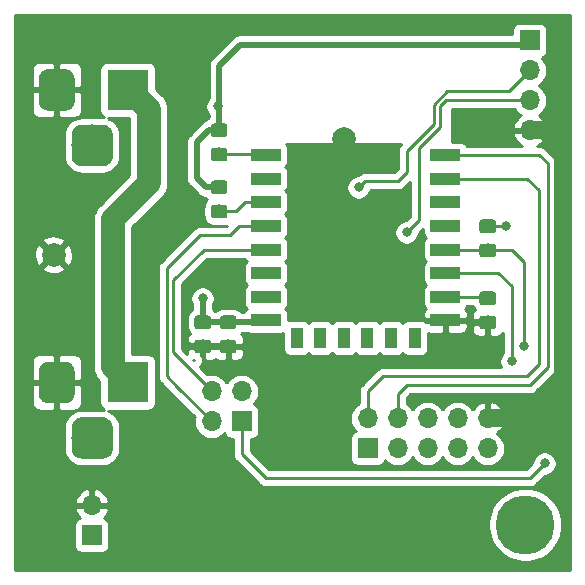
<source format=gbr>
G04 #@! TF.GenerationSoftware,KiCad,Pcbnew,(5.1.0-0)*
G04 #@! TF.CreationDate,2019-04-25T22:15:39+08:00*
G04 #@! TF.ProjectId,ws2812b,77733238-3132-4622-9e6b-696361645f70,rev?*
G04 #@! TF.SameCoordinates,Original*
G04 #@! TF.FileFunction,Copper,L1,Top*
G04 #@! TF.FilePolarity,Positive*
%FSLAX46Y46*%
G04 Gerber Fmt 4.6, Leading zero omitted, Abs format (unit mm)*
G04 Created by KiCad (PCBNEW (5.1.0-0)) date 2019-04-25 22:15:39*
%MOMM*%
%LPD*%
G04 APERTURE LIST*
%ADD10R,1.700000X1.700000*%
%ADD11O,1.700000X1.700000*%
%ADD12R,2.000000X2.000000*%
%ADD13C,2.000000*%
%ADD14C,0.100000*%
%ADD15C,1.150000*%
%ADD16R,3.500000X3.500000*%
%ADD17C,3.000000*%
%ADD18C,3.500000*%
%ADD19R,2.500000X1.000000*%
%ADD20R,1.000000X1.800000*%
%ADD21C,5.000000*%
%ADD22C,0.800000*%
%ADD23C,0.254000*%
%ADD24C,0.508000*%
%ADD25C,1.524000*%
%ADD26C,2.032000*%
G04 APERTURE END LIST*
D10*
X57912000Y-70104000D03*
D11*
X57912000Y-67564000D03*
D12*
X59690000Y-46355000D03*
D13*
X54690000Y-46355000D03*
D14*
G36*
X69943505Y-53537204D02*
G01*
X69967773Y-53540804D01*
X69991572Y-53546765D01*
X70014671Y-53555030D01*
X70036850Y-53565520D01*
X70057893Y-53578132D01*
X70077599Y-53592747D01*
X70095777Y-53609223D01*
X70112253Y-53627401D01*
X70126868Y-53647107D01*
X70139480Y-53668150D01*
X70149970Y-53690329D01*
X70158235Y-53713428D01*
X70164196Y-53737227D01*
X70167796Y-53761495D01*
X70169000Y-53785999D01*
X70169000Y-54436001D01*
X70167796Y-54460505D01*
X70164196Y-54484773D01*
X70158235Y-54508572D01*
X70149970Y-54531671D01*
X70139480Y-54553850D01*
X70126868Y-54574893D01*
X70112253Y-54594599D01*
X70095777Y-54612777D01*
X70077599Y-54629253D01*
X70057893Y-54643868D01*
X70036850Y-54656480D01*
X70014671Y-54666970D01*
X69991572Y-54675235D01*
X69967773Y-54681196D01*
X69943505Y-54684796D01*
X69919001Y-54686000D01*
X69018999Y-54686000D01*
X68994495Y-54684796D01*
X68970227Y-54681196D01*
X68946428Y-54675235D01*
X68923329Y-54666970D01*
X68901150Y-54656480D01*
X68880107Y-54643868D01*
X68860401Y-54629253D01*
X68842223Y-54612777D01*
X68825747Y-54594599D01*
X68811132Y-54574893D01*
X68798520Y-54553850D01*
X68788030Y-54531671D01*
X68779765Y-54508572D01*
X68773804Y-54484773D01*
X68770204Y-54460505D01*
X68769000Y-54436001D01*
X68769000Y-53785999D01*
X68770204Y-53761495D01*
X68773804Y-53737227D01*
X68779765Y-53713428D01*
X68788030Y-53690329D01*
X68798520Y-53668150D01*
X68811132Y-53647107D01*
X68825747Y-53627401D01*
X68842223Y-53609223D01*
X68860401Y-53592747D01*
X68880107Y-53578132D01*
X68901150Y-53565520D01*
X68923329Y-53555030D01*
X68946428Y-53546765D01*
X68970227Y-53540804D01*
X68994495Y-53537204D01*
X69018999Y-53536000D01*
X69919001Y-53536000D01*
X69943505Y-53537204D01*
X69943505Y-53537204D01*
G37*
D15*
X69469000Y-54111000D03*
D14*
G36*
X69943505Y-51487204D02*
G01*
X69967773Y-51490804D01*
X69991572Y-51496765D01*
X70014671Y-51505030D01*
X70036850Y-51515520D01*
X70057893Y-51528132D01*
X70077599Y-51542747D01*
X70095777Y-51559223D01*
X70112253Y-51577401D01*
X70126868Y-51597107D01*
X70139480Y-51618150D01*
X70149970Y-51640329D01*
X70158235Y-51663428D01*
X70164196Y-51687227D01*
X70167796Y-51711495D01*
X70169000Y-51735999D01*
X70169000Y-52386001D01*
X70167796Y-52410505D01*
X70164196Y-52434773D01*
X70158235Y-52458572D01*
X70149970Y-52481671D01*
X70139480Y-52503850D01*
X70126868Y-52524893D01*
X70112253Y-52544599D01*
X70095777Y-52562777D01*
X70077599Y-52579253D01*
X70057893Y-52593868D01*
X70036850Y-52606480D01*
X70014671Y-52616970D01*
X69991572Y-52625235D01*
X69967773Y-52631196D01*
X69943505Y-52634796D01*
X69919001Y-52636000D01*
X69018999Y-52636000D01*
X68994495Y-52634796D01*
X68970227Y-52631196D01*
X68946428Y-52625235D01*
X68923329Y-52616970D01*
X68901150Y-52606480D01*
X68880107Y-52593868D01*
X68860401Y-52579253D01*
X68842223Y-52562777D01*
X68825747Y-52544599D01*
X68811132Y-52524893D01*
X68798520Y-52503850D01*
X68788030Y-52481671D01*
X68779765Y-52458572D01*
X68773804Y-52434773D01*
X68770204Y-52410505D01*
X68769000Y-52386001D01*
X68769000Y-51735999D01*
X68770204Y-51711495D01*
X68773804Y-51687227D01*
X68779765Y-51663428D01*
X68788030Y-51640329D01*
X68798520Y-51618150D01*
X68811132Y-51597107D01*
X68825747Y-51577401D01*
X68842223Y-51559223D01*
X68860401Y-51542747D01*
X68880107Y-51528132D01*
X68901150Y-51515520D01*
X68923329Y-51505030D01*
X68946428Y-51496765D01*
X68970227Y-51490804D01*
X68994495Y-51487204D01*
X69018999Y-51486000D01*
X69919001Y-51486000D01*
X69943505Y-51487204D01*
X69943505Y-51487204D01*
G37*
D15*
X69469000Y-52061000D03*
D14*
G36*
X67784505Y-51487204D02*
G01*
X67808773Y-51490804D01*
X67832572Y-51496765D01*
X67855671Y-51505030D01*
X67877850Y-51515520D01*
X67898893Y-51528132D01*
X67918599Y-51542747D01*
X67936777Y-51559223D01*
X67953253Y-51577401D01*
X67967868Y-51597107D01*
X67980480Y-51618150D01*
X67990970Y-51640329D01*
X67999235Y-51663428D01*
X68005196Y-51687227D01*
X68008796Y-51711495D01*
X68010000Y-51735999D01*
X68010000Y-52386001D01*
X68008796Y-52410505D01*
X68005196Y-52434773D01*
X67999235Y-52458572D01*
X67990970Y-52481671D01*
X67980480Y-52503850D01*
X67967868Y-52524893D01*
X67953253Y-52544599D01*
X67936777Y-52562777D01*
X67918599Y-52579253D01*
X67898893Y-52593868D01*
X67877850Y-52606480D01*
X67855671Y-52616970D01*
X67832572Y-52625235D01*
X67808773Y-52631196D01*
X67784505Y-52634796D01*
X67760001Y-52636000D01*
X66859999Y-52636000D01*
X66835495Y-52634796D01*
X66811227Y-52631196D01*
X66787428Y-52625235D01*
X66764329Y-52616970D01*
X66742150Y-52606480D01*
X66721107Y-52593868D01*
X66701401Y-52579253D01*
X66683223Y-52562777D01*
X66666747Y-52544599D01*
X66652132Y-52524893D01*
X66639520Y-52503850D01*
X66629030Y-52481671D01*
X66620765Y-52458572D01*
X66614804Y-52434773D01*
X66611204Y-52410505D01*
X66610000Y-52386001D01*
X66610000Y-51735999D01*
X66611204Y-51711495D01*
X66614804Y-51687227D01*
X66620765Y-51663428D01*
X66629030Y-51640329D01*
X66639520Y-51618150D01*
X66652132Y-51597107D01*
X66666747Y-51577401D01*
X66683223Y-51559223D01*
X66701401Y-51542747D01*
X66721107Y-51528132D01*
X66742150Y-51515520D01*
X66764329Y-51505030D01*
X66787428Y-51496765D01*
X66811227Y-51490804D01*
X66835495Y-51487204D01*
X66859999Y-51486000D01*
X67760001Y-51486000D01*
X67784505Y-51487204D01*
X67784505Y-51487204D01*
G37*
D15*
X67310000Y-52061000D03*
D14*
G36*
X67784505Y-53537204D02*
G01*
X67808773Y-53540804D01*
X67832572Y-53546765D01*
X67855671Y-53555030D01*
X67877850Y-53565520D01*
X67898893Y-53578132D01*
X67918599Y-53592747D01*
X67936777Y-53609223D01*
X67953253Y-53627401D01*
X67967868Y-53647107D01*
X67980480Y-53668150D01*
X67990970Y-53690329D01*
X67999235Y-53713428D01*
X68005196Y-53737227D01*
X68008796Y-53761495D01*
X68010000Y-53785999D01*
X68010000Y-54436001D01*
X68008796Y-54460505D01*
X68005196Y-54484773D01*
X67999235Y-54508572D01*
X67990970Y-54531671D01*
X67980480Y-54553850D01*
X67967868Y-54574893D01*
X67953253Y-54594599D01*
X67936777Y-54612777D01*
X67918599Y-54629253D01*
X67898893Y-54643868D01*
X67877850Y-54656480D01*
X67855671Y-54666970D01*
X67832572Y-54675235D01*
X67808773Y-54681196D01*
X67784505Y-54684796D01*
X67760001Y-54686000D01*
X66859999Y-54686000D01*
X66835495Y-54684796D01*
X66811227Y-54681196D01*
X66787428Y-54675235D01*
X66764329Y-54666970D01*
X66742150Y-54656480D01*
X66721107Y-54643868D01*
X66701401Y-54629253D01*
X66683223Y-54612777D01*
X66666747Y-54594599D01*
X66652132Y-54574893D01*
X66639520Y-54553850D01*
X66629030Y-54531671D01*
X66620765Y-54508572D01*
X66614804Y-54484773D01*
X66611204Y-54460505D01*
X66610000Y-54436001D01*
X66610000Y-53785999D01*
X66611204Y-53761495D01*
X66614804Y-53737227D01*
X66620765Y-53713428D01*
X66629030Y-53690329D01*
X66639520Y-53668150D01*
X66652132Y-53647107D01*
X66666747Y-53627401D01*
X66683223Y-53609223D01*
X66701401Y-53592747D01*
X66721107Y-53578132D01*
X66742150Y-53565520D01*
X66764329Y-53555030D01*
X66787428Y-53546765D01*
X66811227Y-53540804D01*
X66835495Y-53537204D01*
X66859999Y-53536000D01*
X67760001Y-53536000D01*
X67784505Y-53537204D01*
X67784505Y-53537204D01*
G37*
D15*
X67310000Y-54111000D03*
D16*
X60960000Y-32385000D03*
D14*
G36*
X55783513Y-30638611D02*
G01*
X55856318Y-30649411D01*
X55927714Y-30667295D01*
X55997013Y-30692090D01*
X56063548Y-30723559D01*
X56126678Y-30761398D01*
X56185795Y-30805242D01*
X56240330Y-30854670D01*
X56289758Y-30909205D01*
X56333602Y-30968322D01*
X56371441Y-31031452D01*
X56402910Y-31097987D01*
X56427705Y-31167286D01*
X56445589Y-31238682D01*
X56456389Y-31311487D01*
X56460000Y-31385000D01*
X56460000Y-33385000D01*
X56456389Y-33458513D01*
X56445589Y-33531318D01*
X56427705Y-33602714D01*
X56402910Y-33672013D01*
X56371441Y-33738548D01*
X56333602Y-33801678D01*
X56289758Y-33860795D01*
X56240330Y-33915330D01*
X56185795Y-33964758D01*
X56126678Y-34008602D01*
X56063548Y-34046441D01*
X55997013Y-34077910D01*
X55927714Y-34102705D01*
X55856318Y-34120589D01*
X55783513Y-34131389D01*
X55710000Y-34135000D01*
X54210000Y-34135000D01*
X54136487Y-34131389D01*
X54063682Y-34120589D01*
X53992286Y-34102705D01*
X53922987Y-34077910D01*
X53856452Y-34046441D01*
X53793322Y-34008602D01*
X53734205Y-33964758D01*
X53679670Y-33915330D01*
X53630242Y-33860795D01*
X53586398Y-33801678D01*
X53548559Y-33738548D01*
X53517090Y-33672013D01*
X53492295Y-33602714D01*
X53474411Y-33531318D01*
X53463611Y-33458513D01*
X53460000Y-33385000D01*
X53460000Y-31385000D01*
X53463611Y-31311487D01*
X53474411Y-31238682D01*
X53492295Y-31167286D01*
X53517090Y-31097987D01*
X53548559Y-31031452D01*
X53586398Y-30968322D01*
X53630242Y-30909205D01*
X53679670Y-30854670D01*
X53734205Y-30805242D01*
X53793322Y-30761398D01*
X53856452Y-30723559D01*
X53922987Y-30692090D01*
X53992286Y-30667295D01*
X54063682Y-30649411D01*
X54136487Y-30638611D01*
X54210000Y-30635000D01*
X55710000Y-30635000D01*
X55783513Y-30638611D01*
X55783513Y-30638611D01*
G37*
D17*
X54960000Y-32385000D03*
D14*
G36*
X58920765Y-35339213D02*
G01*
X59005704Y-35351813D01*
X59088999Y-35372677D01*
X59169848Y-35401605D01*
X59247472Y-35438319D01*
X59321124Y-35482464D01*
X59390094Y-35533616D01*
X59453718Y-35591282D01*
X59511384Y-35654906D01*
X59562536Y-35723876D01*
X59606681Y-35797528D01*
X59643395Y-35875152D01*
X59672323Y-35956001D01*
X59693187Y-36039296D01*
X59705787Y-36124235D01*
X59710000Y-36210000D01*
X59710000Y-37960000D01*
X59705787Y-38045765D01*
X59693187Y-38130704D01*
X59672323Y-38213999D01*
X59643395Y-38294848D01*
X59606681Y-38372472D01*
X59562536Y-38446124D01*
X59511384Y-38515094D01*
X59453718Y-38578718D01*
X59390094Y-38636384D01*
X59321124Y-38687536D01*
X59247472Y-38731681D01*
X59169848Y-38768395D01*
X59088999Y-38797323D01*
X59005704Y-38818187D01*
X58920765Y-38830787D01*
X58835000Y-38835000D01*
X57085000Y-38835000D01*
X56999235Y-38830787D01*
X56914296Y-38818187D01*
X56831001Y-38797323D01*
X56750152Y-38768395D01*
X56672528Y-38731681D01*
X56598876Y-38687536D01*
X56529906Y-38636384D01*
X56466282Y-38578718D01*
X56408616Y-38515094D01*
X56357464Y-38446124D01*
X56313319Y-38372472D01*
X56276605Y-38294848D01*
X56247677Y-38213999D01*
X56226813Y-38130704D01*
X56214213Y-38045765D01*
X56210000Y-37960000D01*
X56210000Y-36210000D01*
X56214213Y-36124235D01*
X56226813Y-36039296D01*
X56247677Y-35956001D01*
X56276605Y-35875152D01*
X56313319Y-35797528D01*
X56357464Y-35723876D01*
X56408616Y-35654906D01*
X56466282Y-35591282D01*
X56529906Y-35533616D01*
X56598876Y-35482464D01*
X56672528Y-35438319D01*
X56750152Y-35401605D01*
X56831001Y-35372677D01*
X56914296Y-35351813D01*
X56999235Y-35339213D01*
X57085000Y-35335000D01*
X58835000Y-35335000D01*
X58920765Y-35339213D01*
X58920765Y-35339213D01*
G37*
D18*
X57960000Y-37085000D03*
D14*
G36*
X58920765Y-60104213D02*
G01*
X59005704Y-60116813D01*
X59088999Y-60137677D01*
X59169848Y-60166605D01*
X59247472Y-60203319D01*
X59321124Y-60247464D01*
X59390094Y-60298616D01*
X59453718Y-60356282D01*
X59511384Y-60419906D01*
X59562536Y-60488876D01*
X59606681Y-60562528D01*
X59643395Y-60640152D01*
X59672323Y-60721001D01*
X59693187Y-60804296D01*
X59705787Y-60889235D01*
X59710000Y-60975000D01*
X59710000Y-62725000D01*
X59705787Y-62810765D01*
X59693187Y-62895704D01*
X59672323Y-62978999D01*
X59643395Y-63059848D01*
X59606681Y-63137472D01*
X59562536Y-63211124D01*
X59511384Y-63280094D01*
X59453718Y-63343718D01*
X59390094Y-63401384D01*
X59321124Y-63452536D01*
X59247472Y-63496681D01*
X59169848Y-63533395D01*
X59088999Y-63562323D01*
X59005704Y-63583187D01*
X58920765Y-63595787D01*
X58835000Y-63600000D01*
X57085000Y-63600000D01*
X56999235Y-63595787D01*
X56914296Y-63583187D01*
X56831001Y-63562323D01*
X56750152Y-63533395D01*
X56672528Y-63496681D01*
X56598876Y-63452536D01*
X56529906Y-63401384D01*
X56466282Y-63343718D01*
X56408616Y-63280094D01*
X56357464Y-63211124D01*
X56313319Y-63137472D01*
X56276605Y-63059848D01*
X56247677Y-62978999D01*
X56226813Y-62895704D01*
X56214213Y-62810765D01*
X56210000Y-62725000D01*
X56210000Y-60975000D01*
X56214213Y-60889235D01*
X56226813Y-60804296D01*
X56247677Y-60721001D01*
X56276605Y-60640152D01*
X56313319Y-60562528D01*
X56357464Y-60488876D01*
X56408616Y-60419906D01*
X56466282Y-60356282D01*
X56529906Y-60298616D01*
X56598876Y-60247464D01*
X56672528Y-60203319D01*
X56750152Y-60166605D01*
X56831001Y-60137677D01*
X56914296Y-60116813D01*
X56999235Y-60104213D01*
X57085000Y-60100000D01*
X58835000Y-60100000D01*
X58920765Y-60104213D01*
X58920765Y-60104213D01*
G37*
D18*
X57960000Y-61850000D03*
D14*
G36*
X55783513Y-55403611D02*
G01*
X55856318Y-55414411D01*
X55927714Y-55432295D01*
X55997013Y-55457090D01*
X56063548Y-55488559D01*
X56126678Y-55526398D01*
X56185795Y-55570242D01*
X56240330Y-55619670D01*
X56289758Y-55674205D01*
X56333602Y-55733322D01*
X56371441Y-55796452D01*
X56402910Y-55862987D01*
X56427705Y-55932286D01*
X56445589Y-56003682D01*
X56456389Y-56076487D01*
X56460000Y-56150000D01*
X56460000Y-58150000D01*
X56456389Y-58223513D01*
X56445589Y-58296318D01*
X56427705Y-58367714D01*
X56402910Y-58437013D01*
X56371441Y-58503548D01*
X56333602Y-58566678D01*
X56289758Y-58625795D01*
X56240330Y-58680330D01*
X56185795Y-58729758D01*
X56126678Y-58773602D01*
X56063548Y-58811441D01*
X55997013Y-58842910D01*
X55927714Y-58867705D01*
X55856318Y-58885589D01*
X55783513Y-58896389D01*
X55710000Y-58900000D01*
X54210000Y-58900000D01*
X54136487Y-58896389D01*
X54063682Y-58885589D01*
X53992286Y-58867705D01*
X53922987Y-58842910D01*
X53856452Y-58811441D01*
X53793322Y-58773602D01*
X53734205Y-58729758D01*
X53679670Y-58680330D01*
X53630242Y-58625795D01*
X53586398Y-58566678D01*
X53548559Y-58503548D01*
X53517090Y-58437013D01*
X53492295Y-58367714D01*
X53474411Y-58296318D01*
X53463611Y-58223513D01*
X53460000Y-58150000D01*
X53460000Y-56150000D01*
X53463611Y-56076487D01*
X53474411Y-56003682D01*
X53492295Y-55932286D01*
X53517090Y-55862987D01*
X53548559Y-55796452D01*
X53586398Y-55733322D01*
X53630242Y-55674205D01*
X53679670Y-55619670D01*
X53734205Y-55570242D01*
X53793322Y-55526398D01*
X53856452Y-55488559D01*
X53922987Y-55457090D01*
X53992286Y-55432295D01*
X54063682Y-55414411D01*
X54136487Y-55403611D01*
X54210000Y-55400000D01*
X55710000Y-55400000D01*
X55783513Y-55403611D01*
X55783513Y-55403611D01*
G37*
D17*
X54960000Y-57150000D03*
D16*
X60960000Y-57150000D03*
D11*
X68072000Y-57912000D03*
X70612000Y-57912000D03*
X68072000Y-60452000D03*
D10*
X70612000Y-60452000D03*
D11*
X94996000Y-35814000D03*
X94996000Y-33274000D03*
X94996000Y-30734000D03*
D10*
X94996000Y-28194000D03*
D14*
G36*
X69181505Y-42107204D02*
G01*
X69205773Y-42110804D01*
X69229572Y-42116765D01*
X69252671Y-42125030D01*
X69274850Y-42135520D01*
X69295893Y-42148132D01*
X69315599Y-42162747D01*
X69333777Y-42179223D01*
X69350253Y-42197401D01*
X69364868Y-42217107D01*
X69377480Y-42238150D01*
X69387970Y-42260329D01*
X69396235Y-42283428D01*
X69402196Y-42307227D01*
X69405796Y-42331495D01*
X69407000Y-42355999D01*
X69407000Y-43006001D01*
X69405796Y-43030505D01*
X69402196Y-43054773D01*
X69396235Y-43078572D01*
X69387970Y-43101671D01*
X69377480Y-43123850D01*
X69364868Y-43144893D01*
X69350253Y-43164599D01*
X69333777Y-43182777D01*
X69315599Y-43199253D01*
X69295893Y-43213868D01*
X69274850Y-43226480D01*
X69252671Y-43236970D01*
X69229572Y-43245235D01*
X69205773Y-43251196D01*
X69181505Y-43254796D01*
X69157001Y-43256000D01*
X68256999Y-43256000D01*
X68232495Y-43254796D01*
X68208227Y-43251196D01*
X68184428Y-43245235D01*
X68161329Y-43236970D01*
X68139150Y-43226480D01*
X68118107Y-43213868D01*
X68098401Y-43199253D01*
X68080223Y-43182777D01*
X68063747Y-43164599D01*
X68049132Y-43144893D01*
X68036520Y-43123850D01*
X68026030Y-43101671D01*
X68017765Y-43078572D01*
X68011804Y-43054773D01*
X68008204Y-43030505D01*
X68007000Y-43006001D01*
X68007000Y-42355999D01*
X68008204Y-42331495D01*
X68011804Y-42307227D01*
X68017765Y-42283428D01*
X68026030Y-42260329D01*
X68036520Y-42238150D01*
X68049132Y-42217107D01*
X68063747Y-42197401D01*
X68080223Y-42179223D01*
X68098401Y-42162747D01*
X68118107Y-42148132D01*
X68139150Y-42135520D01*
X68161329Y-42125030D01*
X68184428Y-42116765D01*
X68208227Y-42110804D01*
X68232495Y-42107204D01*
X68256999Y-42106000D01*
X69157001Y-42106000D01*
X69181505Y-42107204D01*
X69181505Y-42107204D01*
G37*
D15*
X68707000Y-42681000D03*
D14*
G36*
X69181505Y-40057204D02*
G01*
X69205773Y-40060804D01*
X69229572Y-40066765D01*
X69252671Y-40075030D01*
X69274850Y-40085520D01*
X69295893Y-40098132D01*
X69315599Y-40112747D01*
X69333777Y-40129223D01*
X69350253Y-40147401D01*
X69364868Y-40167107D01*
X69377480Y-40188150D01*
X69387970Y-40210329D01*
X69396235Y-40233428D01*
X69402196Y-40257227D01*
X69405796Y-40281495D01*
X69407000Y-40305999D01*
X69407000Y-40956001D01*
X69405796Y-40980505D01*
X69402196Y-41004773D01*
X69396235Y-41028572D01*
X69387970Y-41051671D01*
X69377480Y-41073850D01*
X69364868Y-41094893D01*
X69350253Y-41114599D01*
X69333777Y-41132777D01*
X69315599Y-41149253D01*
X69295893Y-41163868D01*
X69274850Y-41176480D01*
X69252671Y-41186970D01*
X69229572Y-41195235D01*
X69205773Y-41201196D01*
X69181505Y-41204796D01*
X69157001Y-41206000D01*
X68256999Y-41206000D01*
X68232495Y-41204796D01*
X68208227Y-41201196D01*
X68184428Y-41195235D01*
X68161329Y-41186970D01*
X68139150Y-41176480D01*
X68118107Y-41163868D01*
X68098401Y-41149253D01*
X68080223Y-41132777D01*
X68063747Y-41114599D01*
X68049132Y-41094893D01*
X68036520Y-41073850D01*
X68026030Y-41051671D01*
X68017765Y-41028572D01*
X68011804Y-41004773D01*
X68008204Y-40980505D01*
X68007000Y-40956001D01*
X68007000Y-40305999D01*
X68008204Y-40281495D01*
X68011804Y-40257227D01*
X68017765Y-40233428D01*
X68026030Y-40210329D01*
X68036520Y-40188150D01*
X68049132Y-40167107D01*
X68063747Y-40147401D01*
X68080223Y-40129223D01*
X68098401Y-40112747D01*
X68118107Y-40098132D01*
X68139150Y-40085520D01*
X68161329Y-40075030D01*
X68184428Y-40066765D01*
X68208227Y-40060804D01*
X68232495Y-40057204D01*
X68256999Y-40056000D01*
X69157001Y-40056000D01*
X69181505Y-40057204D01*
X69181505Y-40057204D01*
G37*
D15*
X68707000Y-40631000D03*
D14*
G36*
X69181505Y-35231204D02*
G01*
X69205773Y-35234804D01*
X69229572Y-35240765D01*
X69252671Y-35249030D01*
X69274850Y-35259520D01*
X69295893Y-35272132D01*
X69315599Y-35286747D01*
X69333777Y-35303223D01*
X69350253Y-35321401D01*
X69364868Y-35341107D01*
X69377480Y-35362150D01*
X69387970Y-35384329D01*
X69396235Y-35407428D01*
X69402196Y-35431227D01*
X69405796Y-35455495D01*
X69407000Y-35479999D01*
X69407000Y-36130001D01*
X69405796Y-36154505D01*
X69402196Y-36178773D01*
X69396235Y-36202572D01*
X69387970Y-36225671D01*
X69377480Y-36247850D01*
X69364868Y-36268893D01*
X69350253Y-36288599D01*
X69333777Y-36306777D01*
X69315599Y-36323253D01*
X69295893Y-36337868D01*
X69274850Y-36350480D01*
X69252671Y-36360970D01*
X69229572Y-36369235D01*
X69205773Y-36375196D01*
X69181505Y-36378796D01*
X69157001Y-36380000D01*
X68256999Y-36380000D01*
X68232495Y-36378796D01*
X68208227Y-36375196D01*
X68184428Y-36369235D01*
X68161329Y-36360970D01*
X68139150Y-36350480D01*
X68118107Y-36337868D01*
X68098401Y-36323253D01*
X68080223Y-36306777D01*
X68063747Y-36288599D01*
X68049132Y-36268893D01*
X68036520Y-36247850D01*
X68026030Y-36225671D01*
X68017765Y-36202572D01*
X68011804Y-36178773D01*
X68008204Y-36154505D01*
X68007000Y-36130001D01*
X68007000Y-35479999D01*
X68008204Y-35455495D01*
X68011804Y-35431227D01*
X68017765Y-35407428D01*
X68026030Y-35384329D01*
X68036520Y-35362150D01*
X68049132Y-35341107D01*
X68063747Y-35321401D01*
X68080223Y-35303223D01*
X68098401Y-35286747D01*
X68118107Y-35272132D01*
X68139150Y-35259520D01*
X68161329Y-35249030D01*
X68184428Y-35240765D01*
X68208227Y-35234804D01*
X68232495Y-35231204D01*
X68256999Y-35230000D01*
X69157001Y-35230000D01*
X69181505Y-35231204D01*
X69181505Y-35231204D01*
G37*
D15*
X68707000Y-35805000D03*
D14*
G36*
X69181505Y-37281204D02*
G01*
X69205773Y-37284804D01*
X69229572Y-37290765D01*
X69252671Y-37299030D01*
X69274850Y-37309520D01*
X69295893Y-37322132D01*
X69315599Y-37336747D01*
X69333777Y-37353223D01*
X69350253Y-37371401D01*
X69364868Y-37391107D01*
X69377480Y-37412150D01*
X69387970Y-37434329D01*
X69396235Y-37457428D01*
X69402196Y-37481227D01*
X69405796Y-37505495D01*
X69407000Y-37529999D01*
X69407000Y-38180001D01*
X69405796Y-38204505D01*
X69402196Y-38228773D01*
X69396235Y-38252572D01*
X69387970Y-38275671D01*
X69377480Y-38297850D01*
X69364868Y-38318893D01*
X69350253Y-38338599D01*
X69333777Y-38356777D01*
X69315599Y-38373253D01*
X69295893Y-38387868D01*
X69274850Y-38400480D01*
X69252671Y-38410970D01*
X69229572Y-38419235D01*
X69205773Y-38425196D01*
X69181505Y-38428796D01*
X69157001Y-38430000D01*
X68256999Y-38430000D01*
X68232495Y-38428796D01*
X68208227Y-38425196D01*
X68184428Y-38419235D01*
X68161329Y-38410970D01*
X68139150Y-38400480D01*
X68118107Y-38387868D01*
X68098401Y-38373253D01*
X68080223Y-38356777D01*
X68063747Y-38338599D01*
X68049132Y-38318893D01*
X68036520Y-38297850D01*
X68026030Y-38275671D01*
X68017765Y-38252572D01*
X68011804Y-38228773D01*
X68008204Y-38204505D01*
X68007000Y-38180001D01*
X68007000Y-37529999D01*
X68008204Y-37505495D01*
X68011804Y-37481227D01*
X68017765Y-37457428D01*
X68026030Y-37434329D01*
X68036520Y-37412150D01*
X68049132Y-37391107D01*
X68063747Y-37371401D01*
X68080223Y-37353223D01*
X68098401Y-37336747D01*
X68118107Y-37322132D01*
X68139150Y-37309520D01*
X68161329Y-37299030D01*
X68184428Y-37290765D01*
X68208227Y-37284804D01*
X68232495Y-37281204D01*
X68256999Y-37280000D01*
X69157001Y-37280000D01*
X69181505Y-37281204D01*
X69181505Y-37281204D01*
G37*
D15*
X68707000Y-37855000D03*
D14*
G36*
X91914505Y-45409204D02*
G01*
X91938773Y-45412804D01*
X91962572Y-45418765D01*
X91985671Y-45427030D01*
X92007850Y-45437520D01*
X92028893Y-45450132D01*
X92048599Y-45464747D01*
X92066777Y-45481223D01*
X92083253Y-45499401D01*
X92097868Y-45519107D01*
X92110480Y-45540150D01*
X92120970Y-45562329D01*
X92129235Y-45585428D01*
X92135196Y-45609227D01*
X92138796Y-45633495D01*
X92140000Y-45657999D01*
X92140000Y-46308001D01*
X92138796Y-46332505D01*
X92135196Y-46356773D01*
X92129235Y-46380572D01*
X92120970Y-46403671D01*
X92110480Y-46425850D01*
X92097868Y-46446893D01*
X92083253Y-46466599D01*
X92066777Y-46484777D01*
X92048599Y-46501253D01*
X92028893Y-46515868D01*
X92007850Y-46528480D01*
X91985671Y-46538970D01*
X91962572Y-46547235D01*
X91938773Y-46553196D01*
X91914505Y-46556796D01*
X91890001Y-46558000D01*
X90989999Y-46558000D01*
X90965495Y-46556796D01*
X90941227Y-46553196D01*
X90917428Y-46547235D01*
X90894329Y-46538970D01*
X90872150Y-46528480D01*
X90851107Y-46515868D01*
X90831401Y-46501253D01*
X90813223Y-46484777D01*
X90796747Y-46466599D01*
X90782132Y-46446893D01*
X90769520Y-46425850D01*
X90759030Y-46403671D01*
X90750765Y-46380572D01*
X90744804Y-46356773D01*
X90741204Y-46332505D01*
X90740000Y-46308001D01*
X90740000Y-45657999D01*
X90741204Y-45633495D01*
X90744804Y-45609227D01*
X90750765Y-45585428D01*
X90759030Y-45562329D01*
X90769520Y-45540150D01*
X90782132Y-45519107D01*
X90796747Y-45499401D01*
X90813223Y-45481223D01*
X90831401Y-45464747D01*
X90851107Y-45450132D01*
X90872150Y-45437520D01*
X90894329Y-45427030D01*
X90917428Y-45418765D01*
X90941227Y-45412804D01*
X90965495Y-45409204D01*
X90989999Y-45408000D01*
X91890001Y-45408000D01*
X91914505Y-45409204D01*
X91914505Y-45409204D01*
G37*
D15*
X91440000Y-45983000D03*
D14*
G36*
X91914505Y-43359204D02*
G01*
X91938773Y-43362804D01*
X91962572Y-43368765D01*
X91985671Y-43377030D01*
X92007850Y-43387520D01*
X92028893Y-43400132D01*
X92048599Y-43414747D01*
X92066777Y-43431223D01*
X92083253Y-43449401D01*
X92097868Y-43469107D01*
X92110480Y-43490150D01*
X92120970Y-43512329D01*
X92129235Y-43535428D01*
X92135196Y-43559227D01*
X92138796Y-43583495D01*
X92140000Y-43607999D01*
X92140000Y-44258001D01*
X92138796Y-44282505D01*
X92135196Y-44306773D01*
X92129235Y-44330572D01*
X92120970Y-44353671D01*
X92110480Y-44375850D01*
X92097868Y-44396893D01*
X92083253Y-44416599D01*
X92066777Y-44434777D01*
X92048599Y-44451253D01*
X92028893Y-44465868D01*
X92007850Y-44478480D01*
X91985671Y-44488970D01*
X91962572Y-44497235D01*
X91938773Y-44503196D01*
X91914505Y-44506796D01*
X91890001Y-44508000D01*
X90989999Y-44508000D01*
X90965495Y-44506796D01*
X90941227Y-44503196D01*
X90917428Y-44497235D01*
X90894329Y-44488970D01*
X90872150Y-44478480D01*
X90851107Y-44465868D01*
X90831401Y-44451253D01*
X90813223Y-44434777D01*
X90796747Y-44416599D01*
X90782132Y-44396893D01*
X90769520Y-44375850D01*
X90759030Y-44353671D01*
X90750765Y-44330572D01*
X90744804Y-44306773D01*
X90741204Y-44282505D01*
X90740000Y-44258001D01*
X90740000Y-43607999D01*
X90741204Y-43583495D01*
X90744804Y-43559227D01*
X90750765Y-43535428D01*
X90759030Y-43512329D01*
X90769520Y-43490150D01*
X90782132Y-43469107D01*
X90796747Y-43449401D01*
X90813223Y-43431223D01*
X90831401Y-43414747D01*
X90851107Y-43400132D01*
X90872150Y-43387520D01*
X90894329Y-43377030D01*
X90917428Y-43368765D01*
X90941227Y-43362804D01*
X90965495Y-43359204D01*
X90989999Y-43358000D01*
X91890001Y-43358000D01*
X91914505Y-43359204D01*
X91914505Y-43359204D01*
G37*
D15*
X91440000Y-43933000D03*
D14*
G36*
X91914505Y-49455204D02*
G01*
X91938773Y-49458804D01*
X91962572Y-49464765D01*
X91985671Y-49473030D01*
X92007850Y-49483520D01*
X92028893Y-49496132D01*
X92048599Y-49510747D01*
X92066777Y-49527223D01*
X92083253Y-49545401D01*
X92097868Y-49565107D01*
X92110480Y-49586150D01*
X92120970Y-49608329D01*
X92129235Y-49631428D01*
X92135196Y-49655227D01*
X92138796Y-49679495D01*
X92140000Y-49703999D01*
X92140000Y-50354001D01*
X92138796Y-50378505D01*
X92135196Y-50402773D01*
X92129235Y-50426572D01*
X92120970Y-50449671D01*
X92110480Y-50471850D01*
X92097868Y-50492893D01*
X92083253Y-50512599D01*
X92066777Y-50530777D01*
X92048599Y-50547253D01*
X92028893Y-50561868D01*
X92007850Y-50574480D01*
X91985671Y-50584970D01*
X91962572Y-50593235D01*
X91938773Y-50599196D01*
X91914505Y-50602796D01*
X91890001Y-50604000D01*
X90989999Y-50604000D01*
X90965495Y-50602796D01*
X90941227Y-50599196D01*
X90917428Y-50593235D01*
X90894329Y-50584970D01*
X90872150Y-50574480D01*
X90851107Y-50561868D01*
X90831401Y-50547253D01*
X90813223Y-50530777D01*
X90796747Y-50512599D01*
X90782132Y-50492893D01*
X90769520Y-50471850D01*
X90759030Y-50449671D01*
X90750765Y-50426572D01*
X90744804Y-50402773D01*
X90741204Y-50378505D01*
X90740000Y-50354001D01*
X90740000Y-49703999D01*
X90741204Y-49679495D01*
X90744804Y-49655227D01*
X90750765Y-49631428D01*
X90759030Y-49608329D01*
X90769520Y-49586150D01*
X90782132Y-49565107D01*
X90796747Y-49545401D01*
X90813223Y-49527223D01*
X90831401Y-49510747D01*
X90851107Y-49496132D01*
X90872150Y-49483520D01*
X90894329Y-49473030D01*
X90917428Y-49464765D01*
X90941227Y-49458804D01*
X90965495Y-49455204D01*
X90989999Y-49454000D01*
X91890001Y-49454000D01*
X91914505Y-49455204D01*
X91914505Y-49455204D01*
G37*
D15*
X91440000Y-50029000D03*
D14*
G36*
X91914505Y-51505204D02*
G01*
X91938773Y-51508804D01*
X91962572Y-51514765D01*
X91985671Y-51523030D01*
X92007850Y-51533520D01*
X92028893Y-51546132D01*
X92048599Y-51560747D01*
X92066777Y-51577223D01*
X92083253Y-51595401D01*
X92097868Y-51615107D01*
X92110480Y-51636150D01*
X92120970Y-51658329D01*
X92129235Y-51681428D01*
X92135196Y-51705227D01*
X92138796Y-51729495D01*
X92140000Y-51753999D01*
X92140000Y-52404001D01*
X92138796Y-52428505D01*
X92135196Y-52452773D01*
X92129235Y-52476572D01*
X92120970Y-52499671D01*
X92110480Y-52521850D01*
X92097868Y-52542893D01*
X92083253Y-52562599D01*
X92066777Y-52580777D01*
X92048599Y-52597253D01*
X92028893Y-52611868D01*
X92007850Y-52624480D01*
X91985671Y-52634970D01*
X91962572Y-52643235D01*
X91938773Y-52649196D01*
X91914505Y-52652796D01*
X91890001Y-52654000D01*
X90989999Y-52654000D01*
X90965495Y-52652796D01*
X90941227Y-52649196D01*
X90917428Y-52643235D01*
X90894329Y-52634970D01*
X90872150Y-52624480D01*
X90851107Y-52611868D01*
X90831401Y-52597253D01*
X90813223Y-52580777D01*
X90796747Y-52562599D01*
X90782132Y-52542893D01*
X90769520Y-52521850D01*
X90759030Y-52499671D01*
X90750765Y-52476572D01*
X90744804Y-52452773D01*
X90741204Y-52428505D01*
X90740000Y-52404001D01*
X90740000Y-51753999D01*
X90741204Y-51729495D01*
X90744804Y-51705227D01*
X90750765Y-51681428D01*
X90759030Y-51658329D01*
X90769520Y-51636150D01*
X90782132Y-51615107D01*
X90796747Y-51595401D01*
X90813223Y-51577223D01*
X90831401Y-51560747D01*
X90851107Y-51546132D01*
X90872150Y-51533520D01*
X90894329Y-51523030D01*
X90917428Y-51514765D01*
X90941227Y-51508804D01*
X90965495Y-51505204D01*
X90989999Y-51504000D01*
X91890001Y-51504000D01*
X91914505Y-51505204D01*
X91914505Y-51505204D01*
G37*
D15*
X91440000Y-52079000D03*
D19*
X72664000Y-37902000D03*
X72664000Y-39902000D03*
X72664000Y-41902000D03*
X72664000Y-43902000D03*
X72664000Y-45902000D03*
X72664000Y-47902000D03*
X72664000Y-49902000D03*
X72664000Y-51902000D03*
D20*
X75264000Y-53402000D03*
X77264000Y-53402000D03*
X79264000Y-53402000D03*
X81264000Y-53402000D03*
X83264000Y-53402000D03*
X85264000Y-53402000D03*
D19*
X87864000Y-51902000D03*
X87864000Y-49902000D03*
X87864000Y-47902000D03*
X87864000Y-45902000D03*
X87864000Y-43902000D03*
X87864000Y-41902000D03*
X87864000Y-39902000D03*
X87864000Y-37902000D03*
D10*
X81280000Y-62738000D03*
D11*
X81280000Y-60198000D03*
X83820000Y-62738000D03*
X83820000Y-60198000D03*
X86360000Y-62738000D03*
X86360000Y-60198000D03*
X88900000Y-62738000D03*
X88900000Y-60198000D03*
X91440000Y-62738000D03*
X91440000Y-60198000D03*
D21*
X94615000Y-69215000D03*
D22*
X96266000Y-64008000D03*
D13*
X66548000Y-27940000D03*
D22*
X66049000Y-54111000D03*
D13*
X79248000Y-36576000D03*
D22*
X77470000Y-43942000D03*
X91440000Y-55626000D03*
X82042000Y-55626000D03*
X63500000Y-27940000D03*
X61493400Y-27940000D03*
X59055000Y-27940000D03*
X57035000Y-28460000D03*
X78740000Y-55880000D03*
X91440000Y-53975000D03*
X92456000Y-35814000D03*
X90170000Y-35814000D03*
X78740000Y-71755000D03*
X72767000Y-72013000D03*
X78740000Y-50800000D03*
X92964000Y-43942000D03*
X67310000Y-50038000D03*
X68580000Y-33782000D03*
X84582000Y-44450000D03*
X80518000Y-40640000D03*
X94488000Y-54102000D03*
X93472000Y-55372000D03*
D23*
X66548000Y-55270400D02*
X66497200Y-55270400D01*
X70612000Y-60452000D02*
X70612000Y-61556000D01*
X70612000Y-61556000D02*
X70612000Y-63246000D01*
X70612000Y-63246000D02*
X72644000Y-65278000D01*
X72644000Y-65278000D02*
X94996000Y-65278000D01*
X94996000Y-65278000D02*
X96266000Y-64008000D01*
X96266000Y-64008000D02*
X96266000Y-64008000D01*
X91263000Y-51902000D02*
X91440000Y-52079000D01*
X87864000Y-51902000D02*
X91263000Y-51902000D01*
D24*
X68698000Y-54102000D02*
X68707000Y-54111000D01*
X67310000Y-54111000D02*
X69469000Y-54111000D01*
X67310000Y-54111000D02*
X66049000Y-54111000D01*
D23*
X79248000Y-36576000D02*
X78248001Y-37575999D01*
X78248001Y-37575999D02*
X76962000Y-38862000D01*
X76962000Y-38862000D02*
X76962000Y-43434000D01*
X76962000Y-43434000D02*
X77470000Y-43942000D01*
X77470000Y-43942000D02*
X77470000Y-43942000D01*
D25*
X96198081Y-35814000D02*
X94996000Y-35814000D01*
X97790000Y-37405919D02*
X96198081Y-35814000D01*
X97790000Y-57658000D02*
X97790000Y-37405919D01*
X95250000Y-60198000D02*
X97790000Y-57658000D01*
X91440000Y-60198000D02*
X95250000Y-60198000D01*
D23*
X91440000Y-54610000D02*
X91440000Y-53975000D01*
X91440000Y-54610000D02*
X91440000Y-55626000D01*
X82042000Y-55626000D02*
X91440000Y-55626000D01*
X91440000Y-53975000D02*
X91440000Y-52079000D01*
D26*
X59690000Y-55880000D02*
X60960000Y-57150000D01*
X59690000Y-46355000D02*
X59690000Y-55880000D01*
X60960000Y-32385000D02*
X61087000Y-32385000D01*
X61087000Y-32385000D02*
X62738000Y-34036000D01*
X59690000Y-43323000D02*
X59690000Y-46355000D01*
X62738000Y-40275000D02*
X59690000Y-43323000D01*
X62738000Y-34036000D02*
X62738000Y-40275000D01*
D23*
X92955000Y-43933000D02*
X92964000Y-43942000D01*
X91440000Y-43933000D02*
X92955000Y-43933000D01*
X67310000Y-52061000D02*
X67310000Y-51386000D01*
D24*
X67310000Y-50038000D02*
X67310000Y-52061000D01*
X72505000Y-52061000D02*
X72664000Y-51902000D01*
X67310000Y-52061000D02*
X72505000Y-52061000D01*
X68707000Y-40631000D02*
X67555000Y-40631000D01*
X67555000Y-40631000D02*
X66802000Y-39878000D01*
X66802000Y-39878000D02*
X66802000Y-36830000D01*
X67827000Y-35805000D02*
X68707000Y-35805000D01*
X66802000Y-36830000D02*
X67827000Y-35805000D01*
X94615000Y-28575000D02*
X94996000Y-28194000D01*
X70485000Y-28575000D02*
X94615000Y-28575000D01*
X68707000Y-35805000D02*
X68707000Y-30353000D01*
X68707000Y-30353000D02*
X70485000Y-28575000D01*
D23*
X67382000Y-45902000D02*
X72664000Y-45902000D01*
X64770000Y-48514000D02*
X67382000Y-45902000D01*
X68072000Y-57912000D02*
X64770000Y-54610000D01*
X64770000Y-54610000D02*
X64770000Y-48514000D01*
X71914000Y-43902000D02*
X72664000Y-43902000D01*
X64262000Y-56642000D02*
X65151000Y-57531000D01*
X64262000Y-47498000D02*
X64262000Y-56642000D01*
X65151000Y-57531000D02*
X65024000Y-57404000D01*
X68072000Y-60452000D02*
X65151000Y-57531000D01*
X72664000Y-43902000D02*
X70398000Y-43902000D01*
X70398000Y-43902000D02*
X69596000Y-44704000D01*
X69596000Y-44704000D02*
X67056000Y-44704000D01*
X67056000Y-44704000D02*
X64262000Y-47498000D01*
X84582000Y-44450000D02*
X84582000Y-44450000D01*
X85598000Y-37338000D02*
X85598000Y-43434000D01*
X85217000Y-43815000D02*
X84582000Y-44450000D01*
X85344000Y-43688000D02*
X85217000Y-43815000D01*
X94996000Y-33274000D02*
X87884000Y-33274000D01*
X87884000Y-33274000D02*
X87376000Y-33782000D01*
X87376000Y-33782000D02*
X87376000Y-35560000D01*
X85598000Y-43434000D02*
X85217000Y-43815000D01*
X87376000Y-35560000D02*
X85598000Y-37338000D01*
X80518000Y-40640000D02*
X80518000Y-40640000D01*
X83820000Y-40132000D02*
X81026000Y-40132000D01*
X84582000Y-39370000D02*
X83820000Y-40132000D01*
X93218000Y-32512000D02*
X88003933Y-32512000D01*
X94996000Y-30734000D02*
X93218000Y-32512000D01*
X81026000Y-40132000D02*
X80518000Y-40640000D01*
X88003933Y-32512000D02*
X86868000Y-33647933D01*
X86868000Y-33647933D02*
X86868000Y-35306000D01*
X86868000Y-35306000D02*
X84582000Y-37592000D01*
X84582000Y-37592000D02*
X84582000Y-39370000D01*
X88614000Y-37902000D02*
X87864000Y-37902000D01*
X94544000Y-37902000D02*
X87864000Y-37902000D01*
X95814000Y-37902000D02*
X94544000Y-37902000D01*
X83820000Y-58166000D02*
X84582000Y-57404000D01*
X83820000Y-60198000D02*
X83820000Y-58166000D01*
X84582000Y-57404000D02*
X94996000Y-57404000D01*
X94996000Y-57404000D02*
X96520000Y-55880000D01*
X96520000Y-55880000D02*
X96520000Y-38608000D01*
X96520000Y-38608000D02*
X95814000Y-37902000D01*
X81280000Y-60198000D02*
X81280000Y-57912000D01*
X82550000Y-56642000D02*
X94742000Y-56642000D01*
X94742000Y-56642000D02*
X95758000Y-55626000D01*
X95758000Y-55626000D02*
X95758000Y-40894000D01*
X94766000Y-39902000D02*
X87864000Y-39902000D01*
X81280000Y-57912000D02*
X82550000Y-56642000D01*
X95758000Y-40894000D02*
X94766000Y-39902000D01*
X68707000Y-42681000D02*
X70095000Y-42681000D01*
X70874000Y-41902000D02*
X72664000Y-41902000D01*
X70095000Y-42681000D02*
X70874000Y-41902000D01*
X91359000Y-45902000D02*
X91440000Y-45983000D01*
X87864000Y-45902000D02*
X91359000Y-45902000D01*
X94488000Y-54102000D02*
X94488000Y-46990000D01*
X94488000Y-46990000D02*
X93472000Y-45974000D01*
X93463000Y-45983000D02*
X91440000Y-45983000D01*
X93472000Y-45974000D02*
X93463000Y-45983000D01*
X93472000Y-55372000D02*
X93472000Y-49022000D01*
X92352000Y-47902000D02*
X87864000Y-47902000D01*
X93472000Y-49022000D02*
X92352000Y-47902000D01*
X72617000Y-37855000D02*
X72664000Y-37902000D01*
X68707000Y-37855000D02*
X72617000Y-37855000D01*
X91313000Y-49902000D02*
X91440000Y-50029000D01*
X87864000Y-49902000D02*
X91313000Y-49902000D01*
G36*
X98400000Y-73000000D02*
G01*
X51460000Y-73000000D01*
X51460000Y-69254000D01*
X56423928Y-69254000D01*
X56423928Y-70954000D01*
X56436188Y-71078482D01*
X56472498Y-71198180D01*
X56531463Y-71308494D01*
X56610815Y-71405185D01*
X56707506Y-71484537D01*
X56817820Y-71543502D01*
X56937518Y-71579812D01*
X57062000Y-71592072D01*
X58762000Y-71592072D01*
X58886482Y-71579812D01*
X59006180Y-71543502D01*
X59116494Y-71484537D01*
X59213185Y-71405185D01*
X59292537Y-71308494D01*
X59351502Y-71198180D01*
X59387812Y-71078482D01*
X59400072Y-70954000D01*
X59400072Y-69254000D01*
X59387812Y-69129518D01*
X59351502Y-69009820D01*
X59296131Y-68906229D01*
X91480000Y-68906229D01*
X91480000Y-69523771D01*
X91600476Y-70129446D01*
X91836799Y-70699979D01*
X92179886Y-71213446D01*
X92616554Y-71650114D01*
X93130021Y-71993201D01*
X93700554Y-72229524D01*
X94306229Y-72350000D01*
X94923771Y-72350000D01*
X95529446Y-72229524D01*
X96099979Y-71993201D01*
X96613446Y-71650114D01*
X97050114Y-71213446D01*
X97393201Y-70699979D01*
X97629524Y-70129446D01*
X97750000Y-69523771D01*
X97750000Y-68906229D01*
X97629524Y-68300554D01*
X97393201Y-67730021D01*
X97050114Y-67216554D01*
X96613446Y-66779886D01*
X96099979Y-66436799D01*
X95529446Y-66200476D01*
X94923771Y-66080000D01*
X94306229Y-66080000D01*
X93700554Y-66200476D01*
X93130021Y-66436799D01*
X92616554Y-66779886D01*
X92179886Y-67216554D01*
X91836799Y-67730021D01*
X91600476Y-68300554D01*
X91480000Y-68906229D01*
X59296131Y-68906229D01*
X59292537Y-68899506D01*
X59213185Y-68802815D01*
X59116494Y-68723463D01*
X59006180Y-68664498D01*
X58925534Y-68640034D01*
X59009588Y-68564269D01*
X59183641Y-68330920D01*
X59308825Y-68068099D01*
X59353476Y-67920890D01*
X59232155Y-67691000D01*
X58039000Y-67691000D01*
X58039000Y-67711000D01*
X57785000Y-67711000D01*
X57785000Y-67691000D01*
X56591845Y-67691000D01*
X56470524Y-67920890D01*
X56515175Y-68068099D01*
X56640359Y-68330920D01*
X56814412Y-68564269D01*
X56898466Y-68640034D01*
X56817820Y-68664498D01*
X56707506Y-68723463D01*
X56610815Y-68802815D01*
X56531463Y-68899506D01*
X56472498Y-69009820D01*
X56436188Y-69129518D01*
X56423928Y-69254000D01*
X51460000Y-69254000D01*
X51460000Y-67207110D01*
X56470524Y-67207110D01*
X56591845Y-67437000D01*
X57785000Y-67437000D01*
X57785000Y-66243186D01*
X58039000Y-66243186D01*
X58039000Y-67437000D01*
X59232155Y-67437000D01*
X59353476Y-67207110D01*
X59308825Y-67059901D01*
X59183641Y-66797080D01*
X59009588Y-66563731D01*
X58793355Y-66368822D01*
X58543252Y-66219843D01*
X58268891Y-66122519D01*
X58039000Y-66243186D01*
X57785000Y-66243186D01*
X57555109Y-66122519D01*
X57280748Y-66219843D01*
X57030645Y-66368822D01*
X56814412Y-66563731D01*
X56640359Y-66797080D01*
X56515175Y-67059901D01*
X56470524Y-67207110D01*
X51460000Y-67207110D01*
X51460000Y-58900000D01*
X52821928Y-58900000D01*
X52834188Y-59024482D01*
X52870498Y-59144180D01*
X52929463Y-59254494D01*
X53008815Y-59351185D01*
X53105506Y-59430537D01*
X53215820Y-59489502D01*
X53335518Y-59525812D01*
X53460000Y-59538072D01*
X54674250Y-59535000D01*
X54833000Y-59376250D01*
X54833000Y-57277000D01*
X55087000Y-57277000D01*
X55087000Y-59376250D01*
X55245750Y-59535000D01*
X56460000Y-59538072D01*
X56584482Y-59525812D01*
X56704180Y-59489502D01*
X56814494Y-59430537D01*
X56911185Y-59351185D01*
X56990537Y-59254494D01*
X57049502Y-59144180D01*
X57085812Y-59024482D01*
X57098072Y-58900000D01*
X57095000Y-57435750D01*
X56936250Y-57277000D01*
X55087000Y-57277000D01*
X54833000Y-57277000D01*
X52983750Y-57277000D01*
X52825000Y-57435750D01*
X52821928Y-58900000D01*
X51460000Y-58900000D01*
X51460000Y-55400000D01*
X52821928Y-55400000D01*
X52825000Y-56864250D01*
X52983750Y-57023000D01*
X54833000Y-57023000D01*
X54833000Y-54923750D01*
X55087000Y-54923750D01*
X55087000Y-57023000D01*
X56936250Y-57023000D01*
X57095000Y-56864250D01*
X57098072Y-55400000D01*
X57085812Y-55275518D01*
X57049502Y-55155820D01*
X56990537Y-55045506D01*
X56911185Y-54948815D01*
X56814494Y-54869463D01*
X56704180Y-54810498D01*
X56584482Y-54774188D01*
X56460000Y-54761928D01*
X55245750Y-54765000D01*
X55087000Y-54923750D01*
X54833000Y-54923750D01*
X54674250Y-54765000D01*
X53460000Y-54761928D01*
X53335518Y-54774188D01*
X53215820Y-54810498D01*
X53105506Y-54869463D01*
X53008815Y-54948815D01*
X52929463Y-55045506D01*
X52870498Y-55155820D01*
X52834188Y-55275518D01*
X52821928Y-55400000D01*
X51460000Y-55400000D01*
X51460000Y-47490413D01*
X53734192Y-47490413D01*
X53829956Y-47754814D01*
X54119571Y-47895704D01*
X54431108Y-47977384D01*
X54752595Y-47996718D01*
X55071675Y-47952961D01*
X55376088Y-47847795D01*
X55550044Y-47754814D01*
X55645808Y-47490413D01*
X54690000Y-46534605D01*
X53734192Y-47490413D01*
X51460000Y-47490413D01*
X51460000Y-46417595D01*
X53048282Y-46417595D01*
X53092039Y-46736675D01*
X53197205Y-47041088D01*
X53290186Y-47215044D01*
X53554587Y-47310808D01*
X54510395Y-46355000D01*
X54869605Y-46355000D01*
X55825413Y-47310808D01*
X56089814Y-47215044D01*
X56230704Y-46925429D01*
X56312384Y-46613892D01*
X56331718Y-46292405D01*
X56287961Y-45973325D01*
X56182795Y-45668912D01*
X56089814Y-45494956D01*
X55825413Y-45399192D01*
X54869605Y-46355000D01*
X54510395Y-46355000D01*
X53554587Y-45399192D01*
X53290186Y-45494956D01*
X53149296Y-45784571D01*
X53067616Y-46096108D01*
X53048282Y-46417595D01*
X51460000Y-46417595D01*
X51460000Y-45219587D01*
X53734192Y-45219587D01*
X54690000Y-46175395D01*
X55645808Y-45219587D01*
X55550044Y-44955186D01*
X55260429Y-44814296D01*
X54948892Y-44732616D01*
X54627405Y-44713282D01*
X54308325Y-44757039D01*
X54003912Y-44862205D01*
X53829956Y-44955186D01*
X53734192Y-45219587D01*
X51460000Y-45219587D01*
X51460000Y-36210000D01*
X55571928Y-36210000D01*
X55571928Y-37960000D01*
X55601001Y-38255186D01*
X55687104Y-38539028D01*
X55826927Y-38800618D01*
X56015097Y-39029903D01*
X56244382Y-39218073D01*
X56505972Y-39357896D01*
X56789814Y-39443999D01*
X57085000Y-39473072D01*
X58835000Y-39473072D01*
X59130186Y-39443999D01*
X59414028Y-39357896D01*
X59675618Y-39218073D01*
X59904903Y-39029903D01*
X60093073Y-38800618D01*
X60232896Y-38539028D01*
X60318999Y-38255186D01*
X60348072Y-37960000D01*
X60348072Y-36210000D01*
X60318999Y-35914814D01*
X60232896Y-35630972D01*
X60093073Y-35369382D01*
X59904903Y-35140097D01*
X59675618Y-34951927D01*
X59414028Y-34812104D01*
X59285357Y-34773072D01*
X61087000Y-34773072D01*
X61087001Y-39591132D01*
X58579921Y-42098213D01*
X58516918Y-42149918D01*
X58310602Y-42401317D01*
X58157295Y-42688134D01*
X58062889Y-42999348D01*
X58040605Y-43225599D01*
X58031012Y-43323000D01*
X58039000Y-43404101D01*
X58039001Y-46273887D01*
X58039000Y-46273897D01*
X58039001Y-55798889D01*
X58031012Y-55880000D01*
X58050388Y-56076721D01*
X58062890Y-56203653D01*
X58119929Y-56391686D01*
X58157296Y-56514867D01*
X58305095Y-56791379D01*
X58310603Y-56801684D01*
X58516919Y-57053082D01*
X58571928Y-57098226D01*
X58571928Y-58900000D01*
X58584188Y-59024482D01*
X58620498Y-59144180D01*
X58679463Y-59254494D01*
X58758815Y-59351185D01*
X58855506Y-59430537D01*
X58932131Y-59471494D01*
X58835000Y-59461928D01*
X57085000Y-59461928D01*
X56789814Y-59491001D01*
X56505972Y-59577104D01*
X56244382Y-59716927D01*
X56015097Y-59905097D01*
X55826927Y-60134382D01*
X55687104Y-60395972D01*
X55601001Y-60679814D01*
X55571928Y-60975000D01*
X55571928Y-62725000D01*
X55601001Y-63020186D01*
X55687104Y-63304028D01*
X55826927Y-63565618D01*
X56015097Y-63794903D01*
X56244382Y-63983073D01*
X56505972Y-64122896D01*
X56789814Y-64208999D01*
X57085000Y-64238072D01*
X58835000Y-64238072D01*
X59130186Y-64208999D01*
X59414028Y-64122896D01*
X59675618Y-63983073D01*
X59904903Y-63794903D01*
X60093073Y-63565618D01*
X60232896Y-63304028D01*
X60318999Y-63020186D01*
X60348072Y-62725000D01*
X60348072Y-60975000D01*
X60318999Y-60679814D01*
X60232896Y-60395972D01*
X60093073Y-60134382D01*
X59904903Y-59905097D01*
X59675618Y-59716927D01*
X59414028Y-59577104D01*
X59285357Y-59538072D01*
X62710000Y-59538072D01*
X62834482Y-59525812D01*
X62954180Y-59489502D01*
X63064494Y-59430537D01*
X63161185Y-59351185D01*
X63240537Y-59254494D01*
X63299502Y-59144180D01*
X63335812Y-59024482D01*
X63348072Y-58900000D01*
X63348072Y-55400000D01*
X63335812Y-55275518D01*
X63299502Y-55155820D01*
X63240537Y-55045506D01*
X63161185Y-54948815D01*
X63064494Y-54869463D01*
X62954180Y-54810498D01*
X62834482Y-54774188D01*
X62710000Y-54761928D01*
X61341000Y-54761928D01*
X61341000Y-47498000D01*
X63496314Y-47498000D01*
X63500000Y-47535423D01*
X63500001Y-56604567D01*
X63496314Y-56642000D01*
X63511027Y-56791378D01*
X63554599Y-56935015D01*
X63625355Y-57067392D01*
X63696721Y-57154351D01*
X63720579Y-57183422D01*
X63749649Y-57207279D01*
X64638648Y-58096279D01*
X64638653Y-58096283D01*
X66630545Y-60088175D01*
X66608487Y-60160889D01*
X66579815Y-60452000D01*
X66608487Y-60743111D01*
X66693401Y-61023034D01*
X66831294Y-61281014D01*
X67016866Y-61507134D01*
X67242986Y-61692706D01*
X67500966Y-61830599D01*
X67780889Y-61915513D01*
X67999050Y-61937000D01*
X68144950Y-61937000D01*
X68363111Y-61915513D01*
X68643034Y-61830599D01*
X68901014Y-61692706D01*
X69127134Y-61507134D01*
X69151607Y-61477313D01*
X69172498Y-61546180D01*
X69231463Y-61656494D01*
X69310815Y-61753185D01*
X69407506Y-61832537D01*
X69517820Y-61891502D01*
X69637518Y-61927812D01*
X69762000Y-61940072D01*
X69850000Y-61940072D01*
X69850001Y-63208567D01*
X69846314Y-63246000D01*
X69861027Y-63395378D01*
X69904599Y-63539015D01*
X69975355Y-63671392D01*
X70046721Y-63758351D01*
X70070579Y-63787422D01*
X70099649Y-63811279D01*
X72078721Y-65790352D01*
X72102578Y-65819422D01*
X72131648Y-65843279D01*
X72218607Y-65914645D01*
X72289364Y-65952465D01*
X72350985Y-65985402D01*
X72494622Y-66028974D01*
X72606574Y-66040000D01*
X72606577Y-66040000D01*
X72644000Y-66043686D01*
X72681423Y-66040000D01*
X94958577Y-66040000D01*
X94996000Y-66043686D01*
X95033423Y-66040000D01*
X95033426Y-66040000D01*
X95145378Y-66028974D01*
X95289015Y-65985402D01*
X95421392Y-65914645D01*
X95537422Y-65819422D01*
X95561284Y-65790346D01*
X96308631Y-65043000D01*
X96367939Y-65043000D01*
X96567898Y-65003226D01*
X96756256Y-64925205D01*
X96925774Y-64811937D01*
X97069937Y-64667774D01*
X97183205Y-64498256D01*
X97261226Y-64309898D01*
X97301000Y-64109939D01*
X97301000Y-63906061D01*
X97261226Y-63706102D01*
X97183205Y-63517744D01*
X97069937Y-63348226D01*
X96925774Y-63204063D01*
X96756256Y-63090795D01*
X96567898Y-63012774D01*
X96367939Y-62973000D01*
X96164061Y-62973000D01*
X95964102Y-63012774D01*
X95775744Y-63090795D01*
X95606226Y-63204063D01*
X95462063Y-63348226D01*
X95348795Y-63517744D01*
X95270774Y-63706102D01*
X95231000Y-63906061D01*
X95231000Y-63965369D01*
X94680370Y-64516000D01*
X72959631Y-64516000D01*
X71374000Y-62930370D01*
X71374000Y-61940072D01*
X71462000Y-61940072D01*
X71586482Y-61927812D01*
X71706180Y-61891502D01*
X71816494Y-61832537D01*
X71913185Y-61753185D01*
X71992537Y-61656494D01*
X72051502Y-61546180D01*
X72087812Y-61426482D01*
X72100072Y-61302000D01*
X72100072Y-59602000D01*
X72087812Y-59477518D01*
X72051502Y-59357820D01*
X71992537Y-59247506D01*
X71913185Y-59150815D01*
X71816494Y-59071463D01*
X71706180Y-59012498D01*
X71637313Y-58991607D01*
X71667134Y-58967134D01*
X71852706Y-58741014D01*
X71990599Y-58483034D01*
X72075513Y-58203111D01*
X72104185Y-57912000D01*
X72075513Y-57620889D01*
X71990599Y-57340966D01*
X71852706Y-57082986D01*
X71667134Y-56856866D01*
X71441014Y-56671294D01*
X71183034Y-56533401D01*
X70903111Y-56448487D01*
X70684950Y-56427000D01*
X70539050Y-56427000D01*
X70320889Y-56448487D01*
X70040966Y-56533401D01*
X69782986Y-56671294D01*
X69556866Y-56856866D01*
X69371294Y-57082986D01*
X69342000Y-57137791D01*
X69312706Y-57082986D01*
X69127134Y-56856866D01*
X68901014Y-56671294D01*
X68643034Y-56533401D01*
X68363111Y-56448487D01*
X68144950Y-56427000D01*
X67999050Y-56427000D01*
X67780889Y-56448487D01*
X67708175Y-56470545D01*
X67067469Y-55829838D01*
X67089422Y-55811822D01*
X67184645Y-55695792D01*
X67255402Y-55563415D01*
X67298974Y-55419778D01*
X67313686Y-55270400D01*
X67298974Y-55121022D01*
X67255402Y-54977385D01*
X67184645Y-54845008D01*
X67183000Y-54843004D01*
X67183000Y-54238000D01*
X67437000Y-54238000D01*
X67437000Y-55162250D01*
X67595750Y-55321000D01*
X68010000Y-55324072D01*
X68134482Y-55311812D01*
X68254180Y-55275502D01*
X68364494Y-55216537D01*
X68389500Y-55196015D01*
X68414506Y-55216537D01*
X68524820Y-55275502D01*
X68644518Y-55311812D01*
X68769000Y-55324072D01*
X69183250Y-55321000D01*
X69342000Y-55162250D01*
X69342000Y-54238000D01*
X69596000Y-54238000D01*
X69596000Y-55162250D01*
X69754750Y-55321000D01*
X70169000Y-55324072D01*
X70293482Y-55311812D01*
X70413180Y-55275502D01*
X70523494Y-55216537D01*
X70620185Y-55137185D01*
X70699537Y-55040494D01*
X70758502Y-54930180D01*
X70794812Y-54810482D01*
X70807072Y-54686000D01*
X70804000Y-54396750D01*
X70645250Y-54238000D01*
X69596000Y-54238000D01*
X69342000Y-54238000D01*
X67437000Y-54238000D01*
X67183000Y-54238000D01*
X66133750Y-54238000D01*
X65975000Y-54396750D01*
X65971928Y-54686000D01*
X65974637Y-54713501D01*
X65961726Y-54724096D01*
X65532000Y-54294370D01*
X65532000Y-48829630D01*
X67697631Y-46664000D01*
X70834023Y-46664000D01*
X70883463Y-46756494D01*
X70962815Y-46853185D01*
X71022296Y-46902000D01*
X70962815Y-46950815D01*
X70883463Y-47047506D01*
X70824498Y-47157820D01*
X70788188Y-47277518D01*
X70775928Y-47402000D01*
X70775928Y-48402000D01*
X70788188Y-48526482D01*
X70824498Y-48646180D01*
X70883463Y-48756494D01*
X70962815Y-48853185D01*
X71022296Y-48902000D01*
X70962815Y-48950815D01*
X70883463Y-49047506D01*
X70824498Y-49157820D01*
X70788188Y-49277518D01*
X70775928Y-49402000D01*
X70775928Y-50402000D01*
X70788188Y-50526482D01*
X70824498Y-50646180D01*
X70883463Y-50756494D01*
X70962815Y-50853185D01*
X71022296Y-50902000D01*
X70962815Y-50950815D01*
X70883463Y-51047506D01*
X70824498Y-51157820D01*
X70820197Y-51172000D01*
X70599454Y-51172000D01*
X70546962Y-51108038D01*
X70412387Y-50997595D01*
X70258851Y-50915528D01*
X70092255Y-50864992D01*
X69919001Y-50847928D01*
X69018999Y-50847928D01*
X68845745Y-50864992D01*
X68679149Y-50915528D01*
X68525613Y-50997595D01*
X68391038Y-51108038D01*
X68389500Y-51109912D01*
X68387962Y-51108038D01*
X68253387Y-50997595D01*
X68199000Y-50968524D01*
X68199000Y-50570468D01*
X68227205Y-50528256D01*
X68305226Y-50339898D01*
X68345000Y-50139939D01*
X68345000Y-49936061D01*
X68305226Y-49736102D01*
X68227205Y-49547744D01*
X68113937Y-49378226D01*
X67969774Y-49234063D01*
X67800256Y-49120795D01*
X67611898Y-49042774D01*
X67411939Y-49003000D01*
X67208061Y-49003000D01*
X67008102Y-49042774D01*
X66819744Y-49120795D01*
X66650226Y-49234063D01*
X66506063Y-49378226D01*
X66392795Y-49547744D01*
X66314774Y-49736102D01*
X66275000Y-49936061D01*
X66275000Y-50139939D01*
X66314774Y-50339898D01*
X66392795Y-50528256D01*
X66421000Y-50570468D01*
X66421000Y-50968524D01*
X66366613Y-50997595D01*
X66232038Y-51108038D01*
X66121595Y-51242613D01*
X66039528Y-51396149D01*
X65988992Y-51562745D01*
X65971928Y-51735999D01*
X65971928Y-52386001D01*
X65988992Y-52559255D01*
X66039528Y-52725851D01*
X66121595Y-52879387D01*
X66232038Y-53013962D01*
X66238594Y-53019342D01*
X66158815Y-53084815D01*
X66079463Y-53181506D01*
X66020498Y-53291820D01*
X65984188Y-53411518D01*
X65971928Y-53536000D01*
X65975000Y-53825250D01*
X66133750Y-53984000D01*
X67183000Y-53984000D01*
X67183000Y-53964000D01*
X67437000Y-53964000D01*
X67437000Y-53984000D01*
X69342000Y-53984000D01*
X69342000Y-53964000D01*
X69596000Y-53964000D01*
X69596000Y-53984000D01*
X70645250Y-53984000D01*
X70804000Y-53825250D01*
X70807072Y-53536000D01*
X70794812Y-53411518D01*
X70758502Y-53291820D01*
X70699537Y-53181506D01*
X70620185Y-53084815D01*
X70540406Y-53019342D01*
X70546962Y-53013962D01*
X70599454Y-52950000D01*
X71092176Y-52950000D01*
X71169820Y-52991502D01*
X71289518Y-53027812D01*
X71414000Y-53040072D01*
X73914000Y-53040072D01*
X74038482Y-53027812D01*
X74125928Y-53001286D01*
X74125928Y-54302000D01*
X74138188Y-54426482D01*
X74174498Y-54546180D01*
X74233463Y-54656494D01*
X74312815Y-54753185D01*
X74409506Y-54832537D01*
X74519820Y-54891502D01*
X74639518Y-54927812D01*
X74764000Y-54940072D01*
X75764000Y-54940072D01*
X75888482Y-54927812D01*
X76008180Y-54891502D01*
X76118494Y-54832537D01*
X76215185Y-54753185D01*
X76264000Y-54693704D01*
X76312815Y-54753185D01*
X76409506Y-54832537D01*
X76519820Y-54891502D01*
X76639518Y-54927812D01*
X76764000Y-54940072D01*
X77764000Y-54940072D01*
X77888482Y-54927812D01*
X78008180Y-54891502D01*
X78118494Y-54832537D01*
X78215185Y-54753185D01*
X78264000Y-54693704D01*
X78312815Y-54753185D01*
X78409506Y-54832537D01*
X78519820Y-54891502D01*
X78639518Y-54927812D01*
X78764000Y-54940072D01*
X79764000Y-54940072D01*
X79888482Y-54927812D01*
X80008180Y-54891502D01*
X80118494Y-54832537D01*
X80215185Y-54753185D01*
X80264000Y-54693704D01*
X80312815Y-54753185D01*
X80409506Y-54832537D01*
X80519820Y-54891502D01*
X80639518Y-54927812D01*
X80764000Y-54940072D01*
X81764000Y-54940072D01*
X81888482Y-54927812D01*
X82008180Y-54891502D01*
X82118494Y-54832537D01*
X82215185Y-54753185D01*
X82264000Y-54693704D01*
X82312815Y-54753185D01*
X82409506Y-54832537D01*
X82519820Y-54891502D01*
X82639518Y-54927812D01*
X82764000Y-54940072D01*
X83764000Y-54940072D01*
X83888482Y-54927812D01*
X84008180Y-54891502D01*
X84118494Y-54832537D01*
X84215185Y-54753185D01*
X84264000Y-54693704D01*
X84312815Y-54753185D01*
X84409506Y-54832537D01*
X84519820Y-54891502D01*
X84639518Y-54927812D01*
X84764000Y-54940072D01*
X85764000Y-54940072D01*
X85888482Y-54927812D01*
X86008180Y-54891502D01*
X86118494Y-54832537D01*
X86215185Y-54753185D01*
X86294537Y-54656494D01*
X86353502Y-54546180D01*
X86389812Y-54426482D01*
X86402072Y-54302000D01*
X86402072Y-53001286D01*
X86489518Y-53027812D01*
X86614000Y-53040072D01*
X87578250Y-53037000D01*
X87737000Y-52878250D01*
X87737000Y-52029000D01*
X87991000Y-52029000D01*
X87991000Y-52878250D01*
X88149750Y-53037000D01*
X89114000Y-53040072D01*
X89238482Y-53027812D01*
X89358180Y-52991502D01*
X89468494Y-52932537D01*
X89565185Y-52853185D01*
X89644537Y-52756494D01*
X89699322Y-52654000D01*
X90101928Y-52654000D01*
X90114188Y-52778482D01*
X90150498Y-52898180D01*
X90209463Y-53008494D01*
X90288815Y-53105185D01*
X90385506Y-53184537D01*
X90495820Y-53243502D01*
X90615518Y-53279812D01*
X90740000Y-53292072D01*
X91154250Y-53289000D01*
X91313000Y-53130250D01*
X91313000Y-52206000D01*
X90263750Y-52206000D01*
X90105000Y-52364750D01*
X90101928Y-52654000D01*
X89699322Y-52654000D01*
X89703502Y-52646180D01*
X89739812Y-52526482D01*
X89752072Y-52402000D01*
X89749000Y-52187750D01*
X89590250Y-52029000D01*
X87991000Y-52029000D01*
X87737000Y-52029000D01*
X86188603Y-52029000D01*
X86118494Y-51971463D01*
X86008180Y-51912498D01*
X85888482Y-51876188D01*
X85764000Y-51863928D01*
X84764000Y-51863928D01*
X84639518Y-51876188D01*
X84519820Y-51912498D01*
X84409506Y-51971463D01*
X84312815Y-52050815D01*
X84264000Y-52110296D01*
X84215185Y-52050815D01*
X84118494Y-51971463D01*
X84008180Y-51912498D01*
X83888482Y-51876188D01*
X83764000Y-51863928D01*
X82764000Y-51863928D01*
X82639518Y-51876188D01*
X82519820Y-51912498D01*
X82409506Y-51971463D01*
X82312815Y-52050815D01*
X82264000Y-52110296D01*
X82215185Y-52050815D01*
X82118494Y-51971463D01*
X82008180Y-51912498D01*
X81888482Y-51876188D01*
X81764000Y-51863928D01*
X80764000Y-51863928D01*
X80639518Y-51876188D01*
X80519820Y-51912498D01*
X80409506Y-51971463D01*
X80312815Y-52050815D01*
X80264000Y-52110296D01*
X80215185Y-52050815D01*
X80118494Y-51971463D01*
X80008180Y-51912498D01*
X79888482Y-51876188D01*
X79764000Y-51863928D01*
X78764000Y-51863928D01*
X78639518Y-51876188D01*
X78519820Y-51912498D01*
X78409506Y-51971463D01*
X78312815Y-52050815D01*
X78264000Y-52110296D01*
X78215185Y-52050815D01*
X78118494Y-51971463D01*
X78008180Y-51912498D01*
X77888482Y-51876188D01*
X77764000Y-51863928D01*
X76764000Y-51863928D01*
X76639518Y-51876188D01*
X76519820Y-51912498D01*
X76409506Y-51971463D01*
X76312815Y-52050815D01*
X76264000Y-52110296D01*
X76215185Y-52050815D01*
X76118494Y-51971463D01*
X76008180Y-51912498D01*
X75888482Y-51876188D01*
X75764000Y-51863928D01*
X74764000Y-51863928D01*
X74639518Y-51876188D01*
X74552072Y-51902714D01*
X74552072Y-51402000D01*
X74539812Y-51277518D01*
X74503502Y-51157820D01*
X74444537Y-51047506D01*
X74365185Y-50950815D01*
X74305704Y-50902000D01*
X74365185Y-50853185D01*
X74444537Y-50756494D01*
X74503502Y-50646180D01*
X74539812Y-50526482D01*
X74552072Y-50402000D01*
X74552072Y-49402000D01*
X74539812Y-49277518D01*
X74503502Y-49157820D01*
X74444537Y-49047506D01*
X74365185Y-48950815D01*
X74305704Y-48902000D01*
X74365185Y-48853185D01*
X74444537Y-48756494D01*
X74503502Y-48646180D01*
X74539812Y-48526482D01*
X74552072Y-48402000D01*
X74552072Y-47402000D01*
X74539812Y-47277518D01*
X74503502Y-47157820D01*
X74444537Y-47047506D01*
X74365185Y-46950815D01*
X74305704Y-46902000D01*
X74365185Y-46853185D01*
X74444537Y-46756494D01*
X74503502Y-46646180D01*
X74539812Y-46526482D01*
X74552072Y-46402000D01*
X74552072Y-45402000D01*
X74539812Y-45277518D01*
X74503502Y-45157820D01*
X74444537Y-45047506D01*
X74365185Y-44950815D01*
X74305704Y-44902000D01*
X74365185Y-44853185D01*
X74444537Y-44756494D01*
X74503502Y-44646180D01*
X74539812Y-44526482D01*
X74552072Y-44402000D01*
X74552072Y-43402000D01*
X74539812Y-43277518D01*
X74503502Y-43157820D01*
X74444537Y-43047506D01*
X74365185Y-42950815D01*
X74305704Y-42902000D01*
X74365185Y-42853185D01*
X74444537Y-42756494D01*
X74503502Y-42646180D01*
X74539812Y-42526482D01*
X74552072Y-42402000D01*
X74552072Y-41402000D01*
X74539812Y-41277518D01*
X74503502Y-41157820D01*
X74444537Y-41047506D01*
X74365185Y-40950815D01*
X74305704Y-40902000D01*
X74365185Y-40853185D01*
X74444537Y-40756494D01*
X74503502Y-40646180D01*
X74539812Y-40526482D01*
X74552072Y-40402000D01*
X74552072Y-39402000D01*
X74539812Y-39277518D01*
X74503502Y-39157820D01*
X74444537Y-39047506D01*
X74365185Y-38950815D01*
X74305704Y-38902000D01*
X74365185Y-38853185D01*
X74444537Y-38756494D01*
X74503502Y-38646180D01*
X74539812Y-38526482D01*
X74552072Y-38402000D01*
X74552072Y-37402000D01*
X74539812Y-37277518D01*
X74503502Y-37157820D01*
X74444537Y-37047506D01*
X74370261Y-36957000D01*
X84139370Y-36957000D01*
X84069654Y-37026716D01*
X84040578Y-37050578D01*
X84008789Y-37089314D01*
X83945355Y-37166608D01*
X83930394Y-37194599D01*
X83874598Y-37298986D01*
X83831026Y-37442623D01*
X83820000Y-37554574D01*
X83816314Y-37592000D01*
X83820000Y-37629424D01*
X83820001Y-39054368D01*
X83504370Y-39370000D01*
X81063415Y-39370000D01*
X81025999Y-39366315D01*
X80988583Y-39370000D01*
X80988574Y-39370000D01*
X80876622Y-39381026D01*
X80732985Y-39424598D01*
X80600608Y-39495355D01*
X80484578Y-39590578D01*
X80472742Y-39605000D01*
X80416061Y-39605000D01*
X80216102Y-39644774D01*
X80027744Y-39722795D01*
X79858226Y-39836063D01*
X79714063Y-39980226D01*
X79600795Y-40149744D01*
X79522774Y-40338102D01*
X79483000Y-40538061D01*
X79483000Y-40741939D01*
X79522774Y-40941898D01*
X79600795Y-41130256D01*
X79714063Y-41299774D01*
X79858226Y-41443937D01*
X80027744Y-41557205D01*
X80216102Y-41635226D01*
X80416061Y-41675000D01*
X80619939Y-41675000D01*
X80819898Y-41635226D01*
X81008256Y-41557205D01*
X81177774Y-41443937D01*
X81321937Y-41299774D01*
X81435205Y-41130256D01*
X81513226Y-40941898D01*
X81522753Y-40894000D01*
X83782577Y-40894000D01*
X83820000Y-40897686D01*
X83857423Y-40894000D01*
X83857426Y-40894000D01*
X83969378Y-40882974D01*
X84113015Y-40839402D01*
X84245392Y-40768645D01*
X84361422Y-40673422D01*
X84385284Y-40644347D01*
X84836000Y-40193630D01*
X84836001Y-43118369D01*
X84539370Y-43415000D01*
X84480061Y-43415000D01*
X84280102Y-43454774D01*
X84091744Y-43532795D01*
X83922226Y-43646063D01*
X83778063Y-43790226D01*
X83664795Y-43959744D01*
X83586774Y-44148102D01*
X83547000Y-44348061D01*
X83547000Y-44551939D01*
X83586774Y-44751898D01*
X83664795Y-44940256D01*
X83778063Y-45109774D01*
X83922226Y-45253937D01*
X84091744Y-45367205D01*
X84280102Y-45445226D01*
X84480061Y-45485000D01*
X84683939Y-45485000D01*
X84883898Y-45445226D01*
X85072256Y-45367205D01*
X85241774Y-45253937D01*
X85385937Y-45109774D01*
X85499205Y-44940256D01*
X85577226Y-44751898D01*
X85617000Y-44551939D01*
X85617000Y-44492630D01*
X85975928Y-44133702D01*
X85975928Y-44402000D01*
X85988188Y-44526482D01*
X86024498Y-44646180D01*
X86083463Y-44756494D01*
X86162815Y-44853185D01*
X86222296Y-44902000D01*
X86162815Y-44950815D01*
X86083463Y-45047506D01*
X86024498Y-45157820D01*
X85988188Y-45277518D01*
X85975928Y-45402000D01*
X85975928Y-46402000D01*
X85988188Y-46526482D01*
X86024498Y-46646180D01*
X86083463Y-46756494D01*
X86162815Y-46853185D01*
X86222296Y-46902000D01*
X86162815Y-46950815D01*
X86083463Y-47047506D01*
X86024498Y-47157820D01*
X85988188Y-47277518D01*
X85975928Y-47402000D01*
X85975928Y-48402000D01*
X85988188Y-48526482D01*
X86024498Y-48646180D01*
X86083463Y-48756494D01*
X86162815Y-48853185D01*
X86222296Y-48902000D01*
X86162815Y-48950815D01*
X86083463Y-49047506D01*
X86024498Y-49157820D01*
X85988188Y-49277518D01*
X85975928Y-49402000D01*
X85975928Y-50402000D01*
X85988188Y-50526482D01*
X86024498Y-50646180D01*
X86083463Y-50756494D01*
X86162815Y-50853185D01*
X86222296Y-50902000D01*
X86162815Y-50950815D01*
X86083463Y-51047506D01*
X86024498Y-51157820D01*
X85988188Y-51277518D01*
X85975928Y-51402000D01*
X85979000Y-51616250D01*
X86137750Y-51775000D01*
X87737000Y-51775000D01*
X87737000Y-51755000D01*
X87991000Y-51755000D01*
X87991000Y-51775000D01*
X89590250Y-51775000D01*
X89749000Y-51616250D01*
X89752072Y-51402000D01*
X89739812Y-51277518D01*
X89703502Y-51157820D01*
X89644537Y-51047506D01*
X89565185Y-50950815D01*
X89505704Y-50902000D01*
X89565185Y-50853185D01*
X89644537Y-50756494D01*
X89693977Y-50664000D01*
X90160473Y-50664000D01*
X90169528Y-50693851D01*
X90251595Y-50847387D01*
X90362038Y-50981962D01*
X90368594Y-50987342D01*
X90288815Y-51052815D01*
X90209463Y-51149506D01*
X90150498Y-51259820D01*
X90114188Y-51379518D01*
X90101928Y-51504000D01*
X90105000Y-51793250D01*
X90263750Y-51952000D01*
X91313000Y-51952000D01*
X91313000Y-51932000D01*
X91567000Y-51932000D01*
X91567000Y-51952000D01*
X91587000Y-51952000D01*
X91587000Y-52206000D01*
X91567000Y-52206000D01*
X91567000Y-53130250D01*
X91725750Y-53289000D01*
X92140000Y-53292072D01*
X92264482Y-53279812D01*
X92384180Y-53243502D01*
X92494494Y-53184537D01*
X92591185Y-53105185D01*
X92670537Y-53008494D01*
X92710000Y-52934664D01*
X92710000Y-54670289D01*
X92668063Y-54712226D01*
X92554795Y-54881744D01*
X92476774Y-55070102D01*
X92437000Y-55270061D01*
X92437000Y-55473939D01*
X92476774Y-55673898D01*
X92554795Y-55862256D01*
X92566651Y-55880000D01*
X82587422Y-55880000D01*
X82549999Y-55876314D01*
X82512576Y-55880000D01*
X82512574Y-55880000D01*
X82400622Y-55891026D01*
X82256985Y-55934598D01*
X82124608Y-56005355D01*
X82008578Y-56100578D01*
X81984721Y-56129648D01*
X80767649Y-57346721D01*
X80738579Y-57370578D01*
X80714722Y-57399648D01*
X80714721Y-57399649D01*
X80643355Y-57486608D01*
X80572599Y-57618985D01*
X80529027Y-57762622D01*
X80514314Y-57912000D01*
X80518001Y-57949433D01*
X80518001Y-58921474D01*
X80450986Y-58957294D01*
X80224866Y-59142866D01*
X80039294Y-59368986D01*
X79901401Y-59626966D01*
X79816487Y-59906889D01*
X79787815Y-60198000D01*
X79816487Y-60489111D01*
X79901401Y-60769034D01*
X80039294Y-61027014D01*
X80224866Y-61253134D01*
X80254687Y-61277607D01*
X80185820Y-61298498D01*
X80075506Y-61357463D01*
X79978815Y-61436815D01*
X79899463Y-61533506D01*
X79840498Y-61643820D01*
X79804188Y-61763518D01*
X79791928Y-61888000D01*
X79791928Y-63588000D01*
X79804188Y-63712482D01*
X79840498Y-63832180D01*
X79899463Y-63942494D01*
X79978815Y-64039185D01*
X80075506Y-64118537D01*
X80185820Y-64177502D01*
X80305518Y-64213812D01*
X80430000Y-64226072D01*
X82130000Y-64226072D01*
X82254482Y-64213812D01*
X82374180Y-64177502D01*
X82484494Y-64118537D01*
X82581185Y-64039185D01*
X82660537Y-63942494D01*
X82719502Y-63832180D01*
X82740393Y-63763313D01*
X82764866Y-63793134D01*
X82990986Y-63978706D01*
X83248966Y-64116599D01*
X83528889Y-64201513D01*
X83747050Y-64223000D01*
X83892950Y-64223000D01*
X84111111Y-64201513D01*
X84391034Y-64116599D01*
X84649014Y-63978706D01*
X84875134Y-63793134D01*
X85060706Y-63567014D01*
X85090000Y-63512209D01*
X85119294Y-63567014D01*
X85304866Y-63793134D01*
X85530986Y-63978706D01*
X85788966Y-64116599D01*
X86068889Y-64201513D01*
X86287050Y-64223000D01*
X86432950Y-64223000D01*
X86651111Y-64201513D01*
X86931034Y-64116599D01*
X87189014Y-63978706D01*
X87415134Y-63793134D01*
X87600706Y-63567014D01*
X87630000Y-63512209D01*
X87659294Y-63567014D01*
X87844866Y-63793134D01*
X88070986Y-63978706D01*
X88328966Y-64116599D01*
X88608889Y-64201513D01*
X88827050Y-64223000D01*
X88972950Y-64223000D01*
X89191111Y-64201513D01*
X89471034Y-64116599D01*
X89729014Y-63978706D01*
X89955134Y-63793134D01*
X90140706Y-63567014D01*
X90170000Y-63512209D01*
X90199294Y-63567014D01*
X90384866Y-63793134D01*
X90610986Y-63978706D01*
X90868966Y-64116599D01*
X91148889Y-64201513D01*
X91367050Y-64223000D01*
X91512950Y-64223000D01*
X91731111Y-64201513D01*
X92011034Y-64116599D01*
X92269014Y-63978706D01*
X92495134Y-63793134D01*
X92680706Y-63567014D01*
X92818599Y-63309034D01*
X92903513Y-63029111D01*
X92932185Y-62738000D01*
X92903513Y-62446889D01*
X92818599Y-62166966D01*
X92680706Y-61908986D01*
X92495134Y-61682866D01*
X92269014Y-61497294D01*
X92211244Y-61466416D01*
X92440269Y-61295588D01*
X92635178Y-61079355D01*
X92784157Y-60829252D01*
X92881481Y-60554891D01*
X92760814Y-60325000D01*
X91567000Y-60325000D01*
X91567000Y-60345000D01*
X91313000Y-60345000D01*
X91313000Y-60325000D01*
X91293000Y-60325000D01*
X91293000Y-60071000D01*
X91313000Y-60071000D01*
X91313000Y-58877845D01*
X91567000Y-58877845D01*
X91567000Y-60071000D01*
X92760814Y-60071000D01*
X92881481Y-59841109D01*
X92784157Y-59566748D01*
X92635178Y-59316645D01*
X92440269Y-59100412D01*
X92206920Y-58926359D01*
X91944099Y-58801175D01*
X91796890Y-58756524D01*
X91567000Y-58877845D01*
X91313000Y-58877845D01*
X91083110Y-58756524D01*
X90935901Y-58801175D01*
X90673080Y-58926359D01*
X90439731Y-59100412D01*
X90244822Y-59316645D01*
X90175201Y-59433523D01*
X90140706Y-59368986D01*
X89955134Y-59142866D01*
X89729014Y-58957294D01*
X89471034Y-58819401D01*
X89191111Y-58734487D01*
X88972950Y-58713000D01*
X88827050Y-58713000D01*
X88608889Y-58734487D01*
X88328966Y-58819401D01*
X88070986Y-58957294D01*
X87844866Y-59142866D01*
X87659294Y-59368986D01*
X87630000Y-59423791D01*
X87600706Y-59368986D01*
X87415134Y-59142866D01*
X87189014Y-58957294D01*
X86931034Y-58819401D01*
X86651111Y-58734487D01*
X86432950Y-58713000D01*
X86287050Y-58713000D01*
X86068889Y-58734487D01*
X85788966Y-58819401D01*
X85530986Y-58957294D01*
X85304866Y-59142866D01*
X85119294Y-59368986D01*
X85090000Y-59423791D01*
X85060706Y-59368986D01*
X84875134Y-59142866D01*
X84649014Y-58957294D01*
X84582000Y-58921474D01*
X84582000Y-58481630D01*
X84897631Y-58166000D01*
X94958577Y-58166000D01*
X94996000Y-58169686D01*
X95033423Y-58166000D01*
X95033426Y-58166000D01*
X95145378Y-58154974D01*
X95289015Y-58111402D01*
X95421392Y-58040645D01*
X95537422Y-57945422D01*
X95561284Y-57916346D01*
X97032353Y-56445278D01*
X97061422Y-56421422D01*
X97156645Y-56305392D01*
X97227402Y-56173015D01*
X97270974Y-56029378D01*
X97282000Y-55917426D01*
X97282000Y-55917424D01*
X97285686Y-55880001D01*
X97282000Y-55842578D01*
X97282000Y-38645423D01*
X97285686Y-38608000D01*
X97274226Y-38491645D01*
X97270974Y-38458622D01*
X97227402Y-38314985D01*
X97163277Y-38195015D01*
X97156645Y-38182607D01*
X97085279Y-38095648D01*
X97061422Y-38066578D01*
X97032351Y-38042720D01*
X96379283Y-37389653D01*
X96355422Y-37360578D01*
X96239392Y-37265355D01*
X96107015Y-37194598D01*
X95963378Y-37151026D01*
X95851426Y-37140000D01*
X95851423Y-37140000D01*
X95814000Y-37136314D01*
X95776577Y-37140000D01*
X95657734Y-37140000D01*
X95877355Y-37009178D01*
X96093588Y-36814269D01*
X96267641Y-36580920D01*
X96392825Y-36318099D01*
X96437476Y-36170890D01*
X96316155Y-35941000D01*
X95123000Y-35941000D01*
X95123000Y-35961000D01*
X94869000Y-35961000D01*
X94869000Y-35941000D01*
X93675845Y-35941000D01*
X93554524Y-36170890D01*
X93599175Y-36318099D01*
X93724359Y-36580920D01*
X93898412Y-36814269D01*
X94114645Y-37009178D01*
X94334266Y-37140000D01*
X89693977Y-37140000D01*
X89644537Y-37047506D01*
X89565185Y-36950815D01*
X89468494Y-36871463D01*
X89358180Y-36812498D01*
X89238482Y-36776188D01*
X89114000Y-36763928D01*
X88392000Y-36763928D01*
X88392000Y-34036000D01*
X93719474Y-34036000D01*
X93755294Y-34103014D01*
X93940866Y-34329134D01*
X94166986Y-34514706D01*
X94231523Y-34549201D01*
X94114645Y-34618822D01*
X93898412Y-34813731D01*
X93724359Y-35047080D01*
X93599175Y-35309901D01*
X93554524Y-35457110D01*
X93675845Y-35687000D01*
X94869000Y-35687000D01*
X94869000Y-35667000D01*
X95123000Y-35667000D01*
X95123000Y-35687000D01*
X96316155Y-35687000D01*
X96437476Y-35457110D01*
X96392825Y-35309901D01*
X96267641Y-35047080D01*
X96093588Y-34813731D01*
X95877355Y-34618822D01*
X95760477Y-34549201D01*
X95825014Y-34514706D01*
X96051134Y-34329134D01*
X96236706Y-34103014D01*
X96374599Y-33845034D01*
X96459513Y-33565111D01*
X96488185Y-33274000D01*
X96459513Y-32982889D01*
X96374599Y-32702966D01*
X96236706Y-32444986D01*
X96051134Y-32218866D01*
X95825014Y-32033294D01*
X95770209Y-32004000D01*
X95825014Y-31974706D01*
X96051134Y-31789134D01*
X96236706Y-31563014D01*
X96374599Y-31305034D01*
X96459513Y-31025111D01*
X96488185Y-30734000D01*
X96459513Y-30442889D01*
X96374599Y-30162966D01*
X96236706Y-29904986D01*
X96051134Y-29678866D01*
X96021313Y-29654393D01*
X96090180Y-29633502D01*
X96200494Y-29574537D01*
X96297185Y-29495185D01*
X96376537Y-29398494D01*
X96435502Y-29288180D01*
X96471812Y-29168482D01*
X96484072Y-29044000D01*
X96484072Y-27344000D01*
X96471812Y-27219518D01*
X96435502Y-27099820D01*
X96376537Y-26989506D01*
X96297185Y-26892815D01*
X96200494Y-26813463D01*
X96090180Y-26754498D01*
X95970482Y-26718188D01*
X95846000Y-26705928D01*
X94146000Y-26705928D01*
X94021518Y-26718188D01*
X93901820Y-26754498D01*
X93791506Y-26813463D01*
X93694815Y-26892815D01*
X93615463Y-26989506D01*
X93556498Y-27099820D01*
X93520188Y-27219518D01*
X93507928Y-27344000D01*
X93507928Y-27686000D01*
X70528660Y-27686000D01*
X70485000Y-27681700D01*
X70441340Y-27686000D01*
X70441333Y-27686000D01*
X70327325Y-27697229D01*
X70310725Y-27698864D01*
X70259892Y-27714284D01*
X70143149Y-27749697D01*
X69988709Y-27832247D01*
X69853341Y-27943341D01*
X69825506Y-27977258D01*
X68109259Y-29693506D01*
X68075342Y-29721341D01*
X68047507Y-29755258D01*
X68047505Y-29755260D01*
X67964248Y-29856709D01*
X67881698Y-30011148D01*
X67830864Y-30178726D01*
X67813700Y-30353000D01*
X67818001Y-30396670D01*
X67818000Y-33080289D01*
X67776063Y-33122226D01*
X67662795Y-33291744D01*
X67584774Y-33480102D01*
X67545000Y-33680061D01*
X67545000Y-33883939D01*
X67584774Y-34083898D01*
X67662795Y-34272256D01*
X67776063Y-34441774D01*
X67818000Y-34483711D01*
X67818000Y-34712524D01*
X67763613Y-34741595D01*
X67629038Y-34852038D01*
X67537238Y-34963896D01*
X67485149Y-34979697D01*
X67330709Y-35062247D01*
X67195341Y-35173341D01*
X67167505Y-35207259D01*
X66204259Y-36170506D01*
X66170342Y-36198341D01*
X66142507Y-36232258D01*
X66142505Y-36232260D01*
X66059248Y-36333709D01*
X65976698Y-36488148D01*
X65925864Y-36655726D01*
X65908700Y-36830000D01*
X65913001Y-36873670D01*
X65913000Y-39834340D01*
X65908700Y-39878000D01*
X65913000Y-39921660D01*
X65913000Y-39921666D01*
X65918768Y-39980226D01*
X65925864Y-40052274D01*
X65939910Y-40098578D01*
X65976697Y-40219850D01*
X66059247Y-40374290D01*
X66170341Y-40509659D01*
X66204263Y-40537499D01*
X66895505Y-41228741D01*
X66923341Y-41262659D01*
X67058709Y-41373753D01*
X67213149Y-41456303D01*
X67280087Y-41476608D01*
X67380725Y-41507136D01*
X67397325Y-41508771D01*
X67511333Y-41520000D01*
X67511340Y-41520000D01*
X67555000Y-41524300D01*
X67578199Y-41522015D01*
X67629038Y-41583962D01*
X67716816Y-41656000D01*
X67629038Y-41728038D01*
X67518595Y-41862613D01*
X67436528Y-42016149D01*
X67385992Y-42182745D01*
X67368928Y-42355999D01*
X67368928Y-43006001D01*
X67385992Y-43179255D01*
X67436528Y-43345851D01*
X67518595Y-43499387D01*
X67629038Y-43633962D01*
X67763613Y-43744405D01*
X67917149Y-43826472D01*
X68083745Y-43877008D01*
X68256999Y-43894072D01*
X69157001Y-43894072D01*
X69330255Y-43877008D01*
X69351940Y-43870430D01*
X69280370Y-43942000D01*
X67093423Y-43942000D01*
X67056000Y-43938314D01*
X67018577Y-43942000D01*
X67018574Y-43942000D01*
X66906622Y-43953026D01*
X66762985Y-43996598D01*
X66710582Y-44024608D01*
X66630607Y-44067355D01*
X66588219Y-44102143D01*
X66514578Y-44162578D01*
X66490716Y-44191654D01*
X63749654Y-46932716D01*
X63720578Y-46956578D01*
X63664983Y-47024322D01*
X63625355Y-47072608D01*
X63591304Y-47136314D01*
X63554598Y-47204986D01*
X63511026Y-47348623D01*
X63504450Y-47415392D01*
X63496314Y-47498000D01*
X61341000Y-47498000D01*
X61341000Y-44006866D01*
X63848085Y-41499782D01*
X63911082Y-41448082D01*
X64117398Y-41196684D01*
X64270705Y-40909867D01*
X64365111Y-40598653D01*
X64389000Y-40356104D01*
X64389000Y-40356101D01*
X64396988Y-40275000D01*
X64389000Y-40193899D01*
X64389000Y-34117101D01*
X64396988Y-34036000D01*
X64387626Y-33940948D01*
X64365111Y-33712347D01*
X64277453Y-33423378D01*
X64270705Y-33401132D01*
X64117398Y-33114316D01*
X64110993Y-33106511D01*
X63911082Y-32862918D01*
X63848080Y-32811214D01*
X63348072Y-32311206D01*
X63348072Y-30635000D01*
X63335812Y-30510518D01*
X63299502Y-30390820D01*
X63240537Y-30280506D01*
X63161185Y-30183815D01*
X63064494Y-30104463D01*
X62954180Y-30045498D01*
X62834482Y-30009188D01*
X62710000Y-29996928D01*
X59210000Y-29996928D01*
X59085518Y-30009188D01*
X58965820Y-30045498D01*
X58855506Y-30104463D01*
X58758815Y-30183815D01*
X58679463Y-30280506D01*
X58620498Y-30390820D01*
X58584188Y-30510518D01*
X58571928Y-30635000D01*
X58571928Y-34135000D01*
X58584188Y-34259482D01*
X58620498Y-34379180D01*
X58679463Y-34489494D01*
X58758815Y-34586185D01*
X58855506Y-34665537D01*
X58932131Y-34706494D01*
X58835000Y-34696928D01*
X57085000Y-34696928D01*
X56789814Y-34726001D01*
X56505972Y-34812104D01*
X56244382Y-34951927D01*
X56015097Y-35140097D01*
X55826927Y-35369382D01*
X55687104Y-35630972D01*
X55601001Y-35914814D01*
X55571928Y-36210000D01*
X51460000Y-36210000D01*
X51460000Y-34135000D01*
X52821928Y-34135000D01*
X52834188Y-34259482D01*
X52870498Y-34379180D01*
X52929463Y-34489494D01*
X53008815Y-34586185D01*
X53105506Y-34665537D01*
X53215820Y-34724502D01*
X53335518Y-34760812D01*
X53460000Y-34773072D01*
X54674250Y-34770000D01*
X54833000Y-34611250D01*
X54833000Y-32512000D01*
X55087000Y-32512000D01*
X55087000Y-34611250D01*
X55245750Y-34770000D01*
X56460000Y-34773072D01*
X56584482Y-34760812D01*
X56704180Y-34724502D01*
X56814494Y-34665537D01*
X56911185Y-34586185D01*
X56990537Y-34489494D01*
X57049502Y-34379180D01*
X57085812Y-34259482D01*
X57098072Y-34135000D01*
X57095000Y-32670750D01*
X56936250Y-32512000D01*
X55087000Y-32512000D01*
X54833000Y-32512000D01*
X52983750Y-32512000D01*
X52825000Y-32670750D01*
X52821928Y-34135000D01*
X51460000Y-34135000D01*
X51460000Y-30635000D01*
X52821928Y-30635000D01*
X52825000Y-32099250D01*
X52983750Y-32258000D01*
X54833000Y-32258000D01*
X54833000Y-30158750D01*
X55087000Y-30158750D01*
X55087000Y-32258000D01*
X56936250Y-32258000D01*
X57095000Y-32099250D01*
X57098072Y-30635000D01*
X57085812Y-30510518D01*
X57049502Y-30390820D01*
X56990537Y-30280506D01*
X56911185Y-30183815D01*
X56814494Y-30104463D01*
X56704180Y-30045498D01*
X56584482Y-30009188D01*
X56460000Y-29996928D01*
X55245750Y-30000000D01*
X55087000Y-30158750D01*
X54833000Y-30158750D01*
X54674250Y-30000000D01*
X53460000Y-29996928D01*
X53335518Y-30009188D01*
X53215820Y-30045498D01*
X53105506Y-30104463D01*
X53008815Y-30183815D01*
X52929463Y-30280506D01*
X52870498Y-30390820D01*
X52834188Y-30510518D01*
X52821928Y-30635000D01*
X51460000Y-30635000D01*
X51460000Y-26060000D01*
X98400001Y-26060000D01*
X98400000Y-73000000D01*
X98400000Y-73000000D01*
G37*
X98400000Y-73000000D02*
X51460000Y-73000000D01*
X51460000Y-69254000D01*
X56423928Y-69254000D01*
X56423928Y-70954000D01*
X56436188Y-71078482D01*
X56472498Y-71198180D01*
X56531463Y-71308494D01*
X56610815Y-71405185D01*
X56707506Y-71484537D01*
X56817820Y-71543502D01*
X56937518Y-71579812D01*
X57062000Y-71592072D01*
X58762000Y-71592072D01*
X58886482Y-71579812D01*
X59006180Y-71543502D01*
X59116494Y-71484537D01*
X59213185Y-71405185D01*
X59292537Y-71308494D01*
X59351502Y-71198180D01*
X59387812Y-71078482D01*
X59400072Y-70954000D01*
X59400072Y-69254000D01*
X59387812Y-69129518D01*
X59351502Y-69009820D01*
X59296131Y-68906229D01*
X91480000Y-68906229D01*
X91480000Y-69523771D01*
X91600476Y-70129446D01*
X91836799Y-70699979D01*
X92179886Y-71213446D01*
X92616554Y-71650114D01*
X93130021Y-71993201D01*
X93700554Y-72229524D01*
X94306229Y-72350000D01*
X94923771Y-72350000D01*
X95529446Y-72229524D01*
X96099979Y-71993201D01*
X96613446Y-71650114D01*
X97050114Y-71213446D01*
X97393201Y-70699979D01*
X97629524Y-70129446D01*
X97750000Y-69523771D01*
X97750000Y-68906229D01*
X97629524Y-68300554D01*
X97393201Y-67730021D01*
X97050114Y-67216554D01*
X96613446Y-66779886D01*
X96099979Y-66436799D01*
X95529446Y-66200476D01*
X94923771Y-66080000D01*
X94306229Y-66080000D01*
X93700554Y-66200476D01*
X93130021Y-66436799D01*
X92616554Y-66779886D01*
X92179886Y-67216554D01*
X91836799Y-67730021D01*
X91600476Y-68300554D01*
X91480000Y-68906229D01*
X59296131Y-68906229D01*
X59292537Y-68899506D01*
X59213185Y-68802815D01*
X59116494Y-68723463D01*
X59006180Y-68664498D01*
X58925534Y-68640034D01*
X59009588Y-68564269D01*
X59183641Y-68330920D01*
X59308825Y-68068099D01*
X59353476Y-67920890D01*
X59232155Y-67691000D01*
X58039000Y-67691000D01*
X58039000Y-67711000D01*
X57785000Y-67711000D01*
X57785000Y-67691000D01*
X56591845Y-67691000D01*
X56470524Y-67920890D01*
X56515175Y-68068099D01*
X56640359Y-68330920D01*
X56814412Y-68564269D01*
X56898466Y-68640034D01*
X56817820Y-68664498D01*
X56707506Y-68723463D01*
X56610815Y-68802815D01*
X56531463Y-68899506D01*
X56472498Y-69009820D01*
X56436188Y-69129518D01*
X56423928Y-69254000D01*
X51460000Y-69254000D01*
X51460000Y-67207110D01*
X56470524Y-67207110D01*
X56591845Y-67437000D01*
X57785000Y-67437000D01*
X57785000Y-66243186D01*
X58039000Y-66243186D01*
X58039000Y-67437000D01*
X59232155Y-67437000D01*
X59353476Y-67207110D01*
X59308825Y-67059901D01*
X59183641Y-66797080D01*
X59009588Y-66563731D01*
X58793355Y-66368822D01*
X58543252Y-66219843D01*
X58268891Y-66122519D01*
X58039000Y-66243186D01*
X57785000Y-66243186D01*
X57555109Y-66122519D01*
X57280748Y-66219843D01*
X57030645Y-66368822D01*
X56814412Y-66563731D01*
X56640359Y-66797080D01*
X56515175Y-67059901D01*
X56470524Y-67207110D01*
X51460000Y-67207110D01*
X51460000Y-58900000D01*
X52821928Y-58900000D01*
X52834188Y-59024482D01*
X52870498Y-59144180D01*
X52929463Y-59254494D01*
X53008815Y-59351185D01*
X53105506Y-59430537D01*
X53215820Y-59489502D01*
X53335518Y-59525812D01*
X53460000Y-59538072D01*
X54674250Y-59535000D01*
X54833000Y-59376250D01*
X54833000Y-57277000D01*
X55087000Y-57277000D01*
X55087000Y-59376250D01*
X55245750Y-59535000D01*
X56460000Y-59538072D01*
X56584482Y-59525812D01*
X56704180Y-59489502D01*
X56814494Y-59430537D01*
X56911185Y-59351185D01*
X56990537Y-59254494D01*
X57049502Y-59144180D01*
X57085812Y-59024482D01*
X57098072Y-58900000D01*
X57095000Y-57435750D01*
X56936250Y-57277000D01*
X55087000Y-57277000D01*
X54833000Y-57277000D01*
X52983750Y-57277000D01*
X52825000Y-57435750D01*
X52821928Y-58900000D01*
X51460000Y-58900000D01*
X51460000Y-55400000D01*
X52821928Y-55400000D01*
X52825000Y-56864250D01*
X52983750Y-57023000D01*
X54833000Y-57023000D01*
X54833000Y-54923750D01*
X55087000Y-54923750D01*
X55087000Y-57023000D01*
X56936250Y-57023000D01*
X57095000Y-56864250D01*
X57098072Y-55400000D01*
X57085812Y-55275518D01*
X57049502Y-55155820D01*
X56990537Y-55045506D01*
X56911185Y-54948815D01*
X56814494Y-54869463D01*
X56704180Y-54810498D01*
X56584482Y-54774188D01*
X56460000Y-54761928D01*
X55245750Y-54765000D01*
X55087000Y-54923750D01*
X54833000Y-54923750D01*
X54674250Y-54765000D01*
X53460000Y-54761928D01*
X53335518Y-54774188D01*
X53215820Y-54810498D01*
X53105506Y-54869463D01*
X53008815Y-54948815D01*
X52929463Y-55045506D01*
X52870498Y-55155820D01*
X52834188Y-55275518D01*
X52821928Y-55400000D01*
X51460000Y-55400000D01*
X51460000Y-47490413D01*
X53734192Y-47490413D01*
X53829956Y-47754814D01*
X54119571Y-47895704D01*
X54431108Y-47977384D01*
X54752595Y-47996718D01*
X55071675Y-47952961D01*
X55376088Y-47847795D01*
X55550044Y-47754814D01*
X55645808Y-47490413D01*
X54690000Y-46534605D01*
X53734192Y-47490413D01*
X51460000Y-47490413D01*
X51460000Y-46417595D01*
X53048282Y-46417595D01*
X53092039Y-46736675D01*
X53197205Y-47041088D01*
X53290186Y-47215044D01*
X53554587Y-47310808D01*
X54510395Y-46355000D01*
X54869605Y-46355000D01*
X55825413Y-47310808D01*
X56089814Y-47215044D01*
X56230704Y-46925429D01*
X56312384Y-46613892D01*
X56331718Y-46292405D01*
X56287961Y-45973325D01*
X56182795Y-45668912D01*
X56089814Y-45494956D01*
X55825413Y-45399192D01*
X54869605Y-46355000D01*
X54510395Y-46355000D01*
X53554587Y-45399192D01*
X53290186Y-45494956D01*
X53149296Y-45784571D01*
X53067616Y-46096108D01*
X53048282Y-46417595D01*
X51460000Y-46417595D01*
X51460000Y-45219587D01*
X53734192Y-45219587D01*
X54690000Y-46175395D01*
X55645808Y-45219587D01*
X55550044Y-44955186D01*
X55260429Y-44814296D01*
X54948892Y-44732616D01*
X54627405Y-44713282D01*
X54308325Y-44757039D01*
X54003912Y-44862205D01*
X53829956Y-44955186D01*
X53734192Y-45219587D01*
X51460000Y-45219587D01*
X51460000Y-36210000D01*
X55571928Y-36210000D01*
X55571928Y-37960000D01*
X55601001Y-38255186D01*
X55687104Y-38539028D01*
X55826927Y-38800618D01*
X56015097Y-39029903D01*
X56244382Y-39218073D01*
X56505972Y-39357896D01*
X56789814Y-39443999D01*
X57085000Y-39473072D01*
X58835000Y-39473072D01*
X59130186Y-39443999D01*
X59414028Y-39357896D01*
X59675618Y-39218073D01*
X59904903Y-39029903D01*
X60093073Y-38800618D01*
X60232896Y-38539028D01*
X60318999Y-38255186D01*
X60348072Y-37960000D01*
X60348072Y-36210000D01*
X60318999Y-35914814D01*
X60232896Y-35630972D01*
X60093073Y-35369382D01*
X59904903Y-35140097D01*
X59675618Y-34951927D01*
X59414028Y-34812104D01*
X59285357Y-34773072D01*
X61087000Y-34773072D01*
X61087001Y-39591132D01*
X58579921Y-42098213D01*
X58516918Y-42149918D01*
X58310602Y-42401317D01*
X58157295Y-42688134D01*
X58062889Y-42999348D01*
X58040605Y-43225599D01*
X58031012Y-43323000D01*
X58039000Y-43404101D01*
X58039001Y-46273887D01*
X58039000Y-46273897D01*
X58039001Y-55798889D01*
X58031012Y-55880000D01*
X58050388Y-56076721D01*
X58062890Y-56203653D01*
X58119929Y-56391686D01*
X58157296Y-56514867D01*
X58305095Y-56791379D01*
X58310603Y-56801684D01*
X58516919Y-57053082D01*
X58571928Y-57098226D01*
X58571928Y-58900000D01*
X58584188Y-59024482D01*
X58620498Y-59144180D01*
X58679463Y-59254494D01*
X58758815Y-59351185D01*
X58855506Y-59430537D01*
X58932131Y-59471494D01*
X58835000Y-59461928D01*
X57085000Y-59461928D01*
X56789814Y-59491001D01*
X56505972Y-59577104D01*
X56244382Y-59716927D01*
X56015097Y-59905097D01*
X55826927Y-60134382D01*
X55687104Y-60395972D01*
X55601001Y-60679814D01*
X55571928Y-60975000D01*
X55571928Y-62725000D01*
X55601001Y-63020186D01*
X55687104Y-63304028D01*
X55826927Y-63565618D01*
X56015097Y-63794903D01*
X56244382Y-63983073D01*
X56505972Y-64122896D01*
X56789814Y-64208999D01*
X57085000Y-64238072D01*
X58835000Y-64238072D01*
X59130186Y-64208999D01*
X59414028Y-64122896D01*
X59675618Y-63983073D01*
X59904903Y-63794903D01*
X60093073Y-63565618D01*
X60232896Y-63304028D01*
X60318999Y-63020186D01*
X60348072Y-62725000D01*
X60348072Y-60975000D01*
X60318999Y-60679814D01*
X60232896Y-60395972D01*
X60093073Y-60134382D01*
X59904903Y-59905097D01*
X59675618Y-59716927D01*
X59414028Y-59577104D01*
X59285357Y-59538072D01*
X62710000Y-59538072D01*
X62834482Y-59525812D01*
X62954180Y-59489502D01*
X63064494Y-59430537D01*
X63161185Y-59351185D01*
X63240537Y-59254494D01*
X63299502Y-59144180D01*
X63335812Y-59024482D01*
X63348072Y-58900000D01*
X63348072Y-55400000D01*
X63335812Y-55275518D01*
X63299502Y-55155820D01*
X63240537Y-55045506D01*
X63161185Y-54948815D01*
X63064494Y-54869463D01*
X62954180Y-54810498D01*
X62834482Y-54774188D01*
X62710000Y-54761928D01*
X61341000Y-54761928D01*
X61341000Y-47498000D01*
X63496314Y-47498000D01*
X63500000Y-47535423D01*
X63500001Y-56604567D01*
X63496314Y-56642000D01*
X63511027Y-56791378D01*
X63554599Y-56935015D01*
X63625355Y-57067392D01*
X63696721Y-57154351D01*
X63720579Y-57183422D01*
X63749649Y-57207279D01*
X64638648Y-58096279D01*
X64638653Y-58096283D01*
X66630545Y-60088175D01*
X66608487Y-60160889D01*
X66579815Y-60452000D01*
X66608487Y-60743111D01*
X66693401Y-61023034D01*
X66831294Y-61281014D01*
X67016866Y-61507134D01*
X67242986Y-61692706D01*
X67500966Y-61830599D01*
X67780889Y-61915513D01*
X67999050Y-61937000D01*
X68144950Y-61937000D01*
X68363111Y-61915513D01*
X68643034Y-61830599D01*
X68901014Y-61692706D01*
X69127134Y-61507134D01*
X69151607Y-61477313D01*
X69172498Y-61546180D01*
X69231463Y-61656494D01*
X69310815Y-61753185D01*
X69407506Y-61832537D01*
X69517820Y-61891502D01*
X69637518Y-61927812D01*
X69762000Y-61940072D01*
X69850000Y-61940072D01*
X69850001Y-63208567D01*
X69846314Y-63246000D01*
X69861027Y-63395378D01*
X69904599Y-63539015D01*
X69975355Y-63671392D01*
X70046721Y-63758351D01*
X70070579Y-63787422D01*
X70099649Y-63811279D01*
X72078721Y-65790352D01*
X72102578Y-65819422D01*
X72131648Y-65843279D01*
X72218607Y-65914645D01*
X72289364Y-65952465D01*
X72350985Y-65985402D01*
X72494622Y-66028974D01*
X72606574Y-66040000D01*
X72606577Y-66040000D01*
X72644000Y-66043686D01*
X72681423Y-66040000D01*
X94958577Y-66040000D01*
X94996000Y-66043686D01*
X95033423Y-66040000D01*
X95033426Y-66040000D01*
X95145378Y-66028974D01*
X95289015Y-65985402D01*
X95421392Y-65914645D01*
X95537422Y-65819422D01*
X95561284Y-65790346D01*
X96308631Y-65043000D01*
X96367939Y-65043000D01*
X96567898Y-65003226D01*
X96756256Y-64925205D01*
X96925774Y-64811937D01*
X97069937Y-64667774D01*
X97183205Y-64498256D01*
X97261226Y-64309898D01*
X97301000Y-64109939D01*
X97301000Y-63906061D01*
X97261226Y-63706102D01*
X97183205Y-63517744D01*
X97069937Y-63348226D01*
X96925774Y-63204063D01*
X96756256Y-63090795D01*
X96567898Y-63012774D01*
X96367939Y-62973000D01*
X96164061Y-62973000D01*
X95964102Y-63012774D01*
X95775744Y-63090795D01*
X95606226Y-63204063D01*
X95462063Y-63348226D01*
X95348795Y-63517744D01*
X95270774Y-63706102D01*
X95231000Y-63906061D01*
X95231000Y-63965369D01*
X94680370Y-64516000D01*
X72959631Y-64516000D01*
X71374000Y-62930370D01*
X71374000Y-61940072D01*
X71462000Y-61940072D01*
X71586482Y-61927812D01*
X71706180Y-61891502D01*
X71816494Y-61832537D01*
X71913185Y-61753185D01*
X71992537Y-61656494D01*
X72051502Y-61546180D01*
X72087812Y-61426482D01*
X72100072Y-61302000D01*
X72100072Y-59602000D01*
X72087812Y-59477518D01*
X72051502Y-59357820D01*
X71992537Y-59247506D01*
X71913185Y-59150815D01*
X71816494Y-59071463D01*
X71706180Y-59012498D01*
X71637313Y-58991607D01*
X71667134Y-58967134D01*
X71852706Y-58741014D01*
X71990599Y-58483034D01*
X72075513Y-58203111D01*
X72104185Y-57912000D01*
X72075513Y-57620889D01*
X71990599Y-57340966D01*
X71852706Y-57082986D01*
X71667134Y-56856866D01*
X71441014Y-56671294D01*
X71183034Y-56533401D01*
X70903111Y-56448487D01*
X70684950Y-56427000D01*
X70539050Y-56427000D01*
X70320889Y-56448487D01*
X70040966Y-56533401D01*
X69782986Y-56671294D01*
X69556866Y-56856866D01*
X69371294Y-57082986D01*
X69342000Y-57137791D01*
X69312706Y-57082986D01*
X69127134Y-56856866D01*
X68901014Y-56671294D01*
X68643034Y-56533401D01*
X68363111Y-56448487D01*
X68144950Y-56427000D01*
X67999050Y-56427000D01*
X67780889Y-56448487D01*
X67708175Y-56470545D01*
X67067469Y-55829838D01*
X67089422Y-55811822D01*
X67184645Y-55695792D01*
X67255402Y-55563415D01*
X67298974Y-55419778D01*
X67313686Y-55270400D01*
X67298974Y-55121022D01*
X67255402Y-54977385D01*
X67184645Y-54845008D01*
X67183000Y-54843004D01*
X67183000Y-54238000D01*
X67437000Y-54238000D01*
X67437000Y-55162250D01*
X67595750Y-55321000D01*
X68010000Y-55324072D01*
X68134482Y-55311812D01*
X68254180Y-55275502D01*
X68364494Y-55216537D01*
X68389500Y-55196015D01*
X68414506Y-55216537D01*
X68524820Y-55275502D01*
X68644518Y-55311812D01*
X68769000Y-55324072D01*
X69183250Y-55321000D01*
X69342000Y-55162250D01*
X69342000Y-54238000D01*
X69596000Y-54238000D01*
X69596000Y-55162250D01*
X69754750Y-55321000D01*
X70169000Y-55324072D01*
X70293482Y-55311812D01*
X70413180Y-55275502D01*
X70523494Y-55216537D01*
X70620185Y-55137185D01*
X70699537Y-55040494D01*
X70758502Y-54930180D01*
X70794812Y-54810482D01*
X70807072Y-54686000D01*
X70804000Y-54396750D01*
X70645250Y-54238000D01*
X69596000Y-54238000D01*
X69342000Y-54238000D01*
X67437000Y-54238000D01*
X67183000Y-54238000D01*
X66133750Y-54238000D01*
X65975000Y-54396750D01*
X65971928Y-54686000D01*
X65974637Y-54713501D01*
X65961726Y-54724096D01*
X65532000Y-54294370D01*
X65532000Y-48829630D01*
X67697631Y-46664000D01*
X70834023Y-46664000D01*
X70883463Y-46756494D01*
X70962815Y-46853185D01*
X71022296Y-46902000D01*
X70962815Y-46950815D01*
X70883463Y-47047506D01*
X70824498Y-47157820D01*
X70788188Y-47277518D01*
X70775928Y-47402000D01*
X70775928Y-48402000D01*
X70788188Y-48526482D01*
X70824498Y-48646180D01*
X70883463Y-48756494D01*
X70962815Y-48853185D01*
X71022296Y-48902000D01*
X70962815Y-48950815D01*
X70883463Y-49047506D01*
X70824498Y-49157820D01*
X70788188Y-49277518D01*
X70775928Y-49402000D01*
X70775928Y-50402000D01*
X70788188Y-50526482D01*
X70824498Y-50646180D01*
X70883463Y-50756494D01*
X70962815Y-50853185D01*
X71022296Y-50902000D01*
X70962815Y-50950815D01*
X70883463Y-51047506D01*
X70824498Y-51157820D01*
X70820197Y-51172000D01*
X70599454Y-51172000D01*
X70546962Y-51108038D01*
X70412387Y-50997595D01*
X70258851Y-50915528D01*
X70092255Y-50864992D01*
X69919001Y-50847928D01*
X69018999Y-50847928D01*
X68845745Y-50864992D01*
X68679149Y-50915528D01*
X68525613Y-50997595D01*
X68391038Y-51108038D01*
X68389500Y-51109912D01*
X68387962Y-51108038D01*
X68253387Y-50997595D01*
X68199000Y-50968524D01*
X68199000Y-50570468D01*
X68227205Y-50528256D01*
X68305226Y-50339898D01*
X68345000Y-50139939D01*
X68345000Y-49936061D01*
X68305226Y-49736102D01*
X68227205Y-49547744D01*
X68113937Y-49378226D01*
X67969774Y-49234063D01*
X67800256Y-49120795D01*
X67611898Y-49042774D01*
X67411939Y-49003000D01*
X67208061Y-49003000D01*
X67008102Y-49042774D01*
X66819744Y-49120795D01*
X66650226Y-49234063D01*
X66506063Y-49378226D01*
X66392795Y-49547744D01*
X66314774Y-49736102D01*
X66275000Y-49936061D01*
X66275000Y-50139939D01*
X66314774Y-50339898D01*
X66392795Y-50528256D01*
X66421000Y-50570468D01*
X66421000Y-50968524D01*
X66366613Y-50997595D01*
X66232038Y-51108038D01*
X66121595Y-51242613D01*
X66039528Y-51396149D01*
X65988992Y-51562745D01*
X65971928Y-51735999D01*
X65971928Y-52386001D01*
X65988992Y-52559255D01*
X66039528Y-52725851D01*
X66121595Y-52879387D01*
X66232038Y-53013962D01*
X66238594Y-53019342D01*
X66158815Y-53084815D01*
X66079463Y-53181506D01*
X66020498Y-53291820D01*
X65984188Y-53411518D01*
X65971928Y-53536000D01*
X65975000Y-53825250D01*
X66133750Y-53984000D01*
X67183000Y-53984000D01*
X67183000Y-53964000D01*
X67437000Y-53964000D01*
X67437000Y-53984000D01*
X69342000Y-53984000D01*
X69342000Y-53964000D01*
X69596000Y-53964000D01*
X69596000Y-53984000D01*
X70645250Y-53984000D01*
X70804000Y-53825250D01*
X70807072Y-53536000D01*
X70794812Y-53411518D01*
X70758502Y-53291820D01*
X70699537Y-53181506D01*
X70620185Y-53084815D01*
X70540406Y-53019342D01*
X70546962Y-53013962D01*
X70599454Y-52950000D01*
X71092176Y-52950000D01*
X71169820Y-52991502D01*
X71289518Y-53027812D01*
X71414000Y-53040072D01*
X73914000Y-53040072D01*
X74038482Y-53027812D01*
X74125928Y-53001286D01*
X74125928Y-54302000D01*
X74138188Y-54426482D01*
X74174498Y-54546180D01*
X74233463Y-54656494D01*
X74312815Y-54753185D01*
X74409506Y-54832537D01*
X74519820Y-54891502D01*
X74639518Y-54927812D01*
X74764000Y-54940072D01*
X75764000Y-54940072D01*
X75888482Y-54927812D01*
X76008180Y-54891502D01*
X76118494Y-54832537D01*
X76215185Y-54753185D01*
X76264000Y-54693704D01*
X76312815Y-54753185D01*
X76409506Y-54832537D01*
X76519820Y-54891502D01*
X76639518Y-54927812D01*
X76764000Y-54940072D01*
X77764000Y-54940072D01*
X77888482Y-54927812D01*
X78008180Y-54891502D01*
X78118494Y-54832537D01*
X78215185Y-54753185D01*
X78264000Y-54693704D01*
X78312815Y-54753185D01*
X78409506Y-54832537D01*
X78519820Y-54891502D01*
X78639518Y-54927812D01*
X78764000Y-54940072D01*
X79764000Y-54940072D01*
X79888482Y-54927812D01*
X80008180Y-54891502D01*
X80118494Y-54832537D01*
X80215185Y-54753185D01*
X80264000Y-54693704D01*
X80312815Y-54753185D01*
X80409506Y-54832537D01*
X80519820Y-54891502D01*
X80639518Y-54927812D01*
X80764000Y-54940072D01*
X81764000Y-54940072D01*
X81888482Y-54927812D01*
X82008180Y-54891502D01*
X82118494Y-54832537D01*
X82215185Y-54753185D01*
X82264000Y-54693704D01*
X82312815Y-54753185D01*
X82409506Y-54832537D01*
X82519820Y-54891502D01*
X82639518Y-54927812D01*
X82764000Y-54940072D01*
X83764000Y-54940072D01*
X83888482Y-54927812D01*
X84008180Y-54891502D01*
X84118494Y-54832537D01*
X84215185Y-54753185D01*
X84264000Y-54693704D01*
X84312815Y-54753185D01*
X84409506Y-54832537D01*
X84519820Y-54891502D01*
X84639518Y-54927812D01*
X84764000Y-54940072D01*
X85764000Y-54940072D01*
X85888482Y-54927812D01*
X86008180Y-54891502D01*
X86118494Y-54832537D01*
X86215185Y-54753185D01*
X86294537Y-54656494D01*
X86353502Y-54546180D01*
X86389812Y-54426482D01*
X86402072Y-54302000D01*
X86402072Y-53001286D01*
X86489518Y-53027812D01*
X86614000Y-53040072D01*
X87578250Y-53037000D01*
X87737000Y-52878250D01*
X87737000Y-52029000D01*
X87991000Y-52029000D01*
X87991000Y-52878250D01*
X88149750Y-53037000D01*
X89114000Y-53040072D01*
X89238482Y-53027812D01*
X89358180Y-52991502D01*
X89468494Y-52932537D01*
X89565185Y-52853185D01*
X89644537Y-52756494D01*
X89699322Y-52654000D01*
X90101928Y-52654000D01*
X90114188Y-52778482D01*
X90150498Y-52898180D01*
X90209463Y-53008494D01*
X90288815Y-53105185D01*
X90385506Y-53184537D01*
X90495820Y-53243502D01*
X90615518Y-53279812D01*
X90740000Y-53292072D01*
X91154250Y-53289000D01*
X91313000Y-53130250D01*
X91313000Y-52206000D01*
X90263750Y-52206000D01*
X90105000Y-52364750D01*
X90101928Y-52654000D01*
X89699322Y-52654000D01*
X89703502Y-52646180D01*
X89739812Y-52526482D01*
X89752072Y-52402000D01*
X89749000Y-52187750D01*
X89590250Y-52029000D01*
X87991000Y-52029000D01*
X87737000Y-52029000D01*
X86188603Y-52029000D01*
X86118494Y-51971463D01*
X86008180Y-51912498D01*
X85888482Y-51876188D01*
X85764000Y-51863928D01*
X84764000Y-51863928D01*
X84639518Y-51876188D01*
X84519820Y-51912498D01*
X84409506Y-51971463D01*
X84312815Y-52050815D01*
X84264000Y-52110296D01*
X84215185Y-52050815D01*
X84118494Y-51971463D01*
X84008180Y-51912498D01*
X83888482Y-51876188D01*
X83764000Y-51863928D01*
X82764000Y-51863928D01*
X82639518Y-51876188D01*
X82519820Y-51912498D01*
X82409506Y-51971463D01*
X82312815Y-52050815D01*
X82264000Y-52110296D01*
X82215185Y-52050815D01*
X82118494Y-51971463D01*
X82008180Y-51912498D01*
X81888482Y-51876188D01*
X81764000Y-51863928D01*
X80764000Y-51863928D01*
X80639518Y-51876188D01*
X80519820Y-51912498D01*
X80409506Y-51971463D01*
X80312815Y-52050815D01*
X80264000Y-52110296D01*
X80215185Y-52050815D01*
X80118494Y-51971463D01*
X80008180Y-51912498D01*
X79888482Y-51876188D01*
X79764000Y-51863928D01*
X78764000Y-51863928D01*
X78639518Y-51876188D01*
X78519820Y-51912498D01*
X78409506Y-51971463D01*
X78312815Y-52050815D01*
X78264000Y-52110296D01*
X78215185Y-52050815D01*
X78118494Y-51971463D01*
X78008180Y-51912498D01*
X77888482Y-51876188D01*
X77764000Y-51863928D01*
X76764000Y-51863928D01*
X76639518Y-51876188D01*
X76519820Y-51912498D01*
X76409506Y-51971463D01*
X76312815Y-52050815D01*
X76264000Y-52110296D01*
X76215185Y-52050815D01*
X76118494Y-51971463D01*
X76008180Y-51912498D01*
X75888482Y-51876188D01*
X75764000Y-51863928D01*
X74764000Y-51863928D01*
X74639518Y-51876188D01*
X74552072Y-51902714D01*
X74552072Y-51402000D01*
X74539812Y-51277518D01*
X74503502Y-51157820D01*
X74444537Y-51047506D01*
X74365185Y-50950815D01*
X74305704Y-50902000D01*
X74365185Y-50853185D01*
X74444537Y-50756494D01*
X74503502Y-50646180D01*
X74539812Y-50526482D01*
X74552072Y-50402000D01*
X74552072Y-49402000D01*
X74539812Y-49277518D01*
X74503502Y-49157820D01*
X74444537Y-49047506D01*
X74365185Y-48950815D01*
X74305704Y-48902000D01*
X74365185Y-48853185D01*
X74444537Y-48756494D01*
X74503502Y-48646180D01*
X74539812Y-48526482D01*
X74552072Y-48402000D01*
X74552072Y-47402000D01*
X74539812Y-47277518D01*
X74503502Y-47157820D01*
X74444537Y-47047506D01*
X74365185Y-46950815D01*
X74305704Y-46902000D01*
X74365185Y-46853185D01*
X74444537Y-46756494D01*
X74503502Y-46646180D01*
X74539812Y-46526482D01*
X74552072Y-46402000D01*
X74552072Y-45402000D01*
X74539812Y-45277518D01*
X74503502Y-45157820D01*
X74444537Y-45047506D01*
X74365185Y-44950815D01*
X74305704Y-44902000D01*
X74365185Y-44853185D01*
X74444537Y-44756494D01*
X74503502Y-44646180D01*
X74539812Y-44526482D01*
X74552072Y-44402000D01*
X74552072Y-43402000D01*
X74539812Y-43277518D01*
X74503502Y-43157820D01*
X74444537Y-43047506D01*
X74365185Y-42950815D01*
X74305704Y-42902000D01*
X74365185Y-42853185D01*
X74444537Y-42756494D01*
X74503502Y-42646180D01*
X74539812Y-42526482D01*
X74552072Y-42402000D01*
X74552072Y-41402000D01*
X74539812Y-41277518D01*
X74503502Y-41157820D01*
X74444537Y-41047506D01*
X74365185Y-40950815D01*
X74305704Y-40902000D01*
X74365185Y-40853185D01*
X74444537Y-40756494D01*
X74503502Y-40646180D01*
X74539812Y-40526482D01*
X74552072Y-40402000D01*
X74552072Y-39402000D01*
X74539812Y-39277518D01*
X74503502Y-39157820D01*
X74444537Y-39047506D01*
X74365185Y-38950815D01*
X74305704Y-38902000D01*
X74365185Y-38853185D01*
X74444537Y-38756494D01*
X74503502Y-38646180D01*
X74539812Y-38526482D01*
X74552072Y-38402000D01*
X74552072Y-37402000D01*
X74539812Y-37277518D01*
X74503502Y-37157820D01*
X74444537Y-37047506D01*
X74370261Y-36957000D01*
X84139370Y-36957000D01*
X84069654Y-37026716D01*
X84040578Y-37050578D01*
X84008789Y-37089314D01*
X83945355Y-37166608D01*
X83930394Y-37194599D01*
X83874598Y-37298986D01*
X83831026Y-37442623D01*
X83820000Y-37554574D01*
X83816314Y-37592000D01*
X83820000Y-37629424D01*
X83820001Y-39054368D01*
X83504370Y-39370000D01*
X81063415Y-39370000D01*
X81025999Y-39366315D01*
X80988583Y-39370000D01*
X80988574Y-39370000D01*
X80876622Y-39381026D01*
X80732985Y-39424598D01*
X80600608Y-39495355D01*
X80484578Y-39590578D01*
X80472742Y-39605000D01*
X80416061Y-39605000D01*
X80216102Y-39644774D01*
X80027744Y-39722795D01*
X79858226Y-39836063D01*
X79714063Y-39980226D01*
X79600795Y-40149744D01*
X79522774Y-40338102D01*
X79483000Y-40538061D01*
X79483000Y-40741939D01*
X79522774Y-40941898D01*
X79600795Y-41130256D01*
X79714063Y-41299774D01*
X79858226Y-41443937D01*
X80027744Y-41557205D01*
X80216102Y-41635226D01*
X80416061Y-41675000D01*
X80619939Y-41675000D01*
X80819898Y-41635226D01*
X81008256Y-41557205D01*
X81177774Y-41443937D01*
X81321937Y-41299774D01*
X81435205Y-41130256D01*
X81513226Y-40941898D01*
X81522753Y-40894000D01*
X83782577Y-40894000D01*
X83820000Y-40897686D01*
X83857423Y-40894000D01*
X83857426Y-40894000D01*
X83969378Y-40882974D01*
X84113015Y-40839402D01*
X84245392Y-40768645D01*
X84361422Y-40673422D01*
X84385284Y-40644347D01*
X84836000Y-40193630D01*
X84836001Y-43118369D01*
X84539370Y-43415000D01*
X84480061Y-43415000D01*
X84280102Y-43454774D01*
X84091744Y-43532795D01*
X83922226Y-43646063D01*
X83778063Y-43790226D01*
X83664795Y-43959744D01*
X83586774Y-44148102D01*
X83547000Y-44348061D01*
X83547000Y-44551939D01*
X83586774Y-44751898D01*
X83664795Y-44940256D01*
X83778063Y-45109774D01*
X83922226Y-45253937D01*
X84091744Y-45367205D01*
X84280102Y-45445226D01*
X84480061Y-45485000D01*
X84683939Y-45485000D01*
X84883898Y-45445226D01*
X85072256Y-45367205D01*
X85241774Y-45253937D01*
X85385937Y-45109774D01*
X85499205Y-44940256D01*
X85577226Y-44751898D01*
X85617000Y-44551939D01*
X85617000Y-44492630D01*
X85975928Y-44133702D01*
X85975928Y-44402000D01*
X85988188Y-44526482D01*
X86024498Y-44646180D01*
X86083463Y-44756494D01*
X86162815Y-44853185D01*
X86222296Y-44902000D01*
X86162815Y-44950815D01*
X86083463Y-45047506D01*
X86024498Y-45157820D01*
X85988188Y-45277518D01*
X85975928Y-45402000D01*
X85975928Y-46402000D01*
X85988188Y-46526482D01*
X86024498Y-46646180D01*
X86083463Y-46756494D01*
X86162815Y-46853185D01*
X86222296Y-46902000D01*
X86162815Y-46950815D01*
X86083463Y-47047506D01*
X86024498Y-47157820D01*
X85988188Y-47277518D01*
X85975928Y-47402000D01*
X85975928Y-48402000D01*
X85988188Y-48526482D01*
X86024498Y-48646180D01*
X86083463Y-48756494D01*
X86162815Y-48853185D01*
X86222296Y-48902000D01*
X86162815Y-48950815D01*
X86083463Y-49047506D01*
X86024498Y-49157820D01*
X85988188Y-49277518D01*
X85975928Y-49402000D01*
X85975928Y-50402000D01*
X85988188Y-50526482D01*
X86024498Y-50646180D01*
X86083463Y-50756494D01*
X86162815Y-50853185D01*
X86222296Y-50902000D01*
X86162815Y-50950815D01*
X86083463Y-51047506D01*
X86024498Y-51157820D01*
X85988188Y-51277518D01*
X85975928Y-51402000D01*
X85979000Y-51616250D01*
X86137750Y-51775000D01*
X87737000Y-51775000D01*
X87737000Y-51755000D01*
X87991000Y-51755000D01*
X87991000Y-51775000D01*
X89590250Y-51775000D01*
X89749000Y-51616250D01*
X89752072Y-51402000D01*
X89739812Y-51277518D01*
X89703502Y-51157820D01*
X89644537Y-51047506D01*
X89565185Y-50950815D01*
X89505704Y-50902000D01*
X89565185Y-50853185D01*
X89644537Y-50756494D01*
X89693977Y-50664000D01*
X90160473Y-50664000D01*
X90169528Y-50693851D01*
X90251595Y-50847387D01*
X90362038Y-50981962D01*
X90368594Y-50987342D01*
X90288815Y-51052815D01*
X90209463Y-51149506D01*
X90150498Y-51259820D01*
X90114188Y-51379518D01*
X90101928Y-51504000D01*
X90105000Y-51793250D01*
X90263750Y-51952000D01*
X91313000Y-51952000D01*
X91313000Y-51932000D01*
X91567000Y-51932000D01*
X91567000Y-51952000D01*
X91587000Y-51952000D01*
X91587000Y-52206000D01*
X91567000Y-52206000D01*
X91567000Y-53130250D01*
X91725750Y-53289000D01*
X92140000Y-53292072D01*
X92264482Y-53279812D01*
X92384180Y-53243502D01*
X92494494Y-53184537D01*
X92591185Y-53105185D01*
X92670537Y-53008494D01*
X92710000Y-52934664D01*
X92710000Y-54670289D01*
X92668063Y-54712226D01*
X92554795Y-54881744D01*
X92476774Y-55070102D01*
X92437000Y-55270061D01*
X92437000Y-55473939D01*
X92476774Y-55673898D01*
X92554795Y-55862256D01*
X92566651Y-55880000D01*
X82587422Y-55880000D01*
X82549999Y-55876314D01*
X82512576Y-55880000D01*
X82512574Y-55880000D01*
X82400622Y-55891026D01*
X82256985Y-55934598D01*
X82124608Y-56005355D01*
X82008578Y-56100578D01*
X81984721Y-56129648D01*
X80767649Y-57346721D01*
X80738579Y-57370578D01*
X80714722Y-57399648D01*
X80714721Y-57399649D01*
X80643355Y-57486608D01*
X80572599Y-57618985D01*
X80529027Y-57762622D01*
X80514314Y-57912000D01*
X80518001Y-57949433D01*
X80518001Y-58921474D01*
X80450986Y-58957294D01*
X80224866Y-59142866D01*
X80039294Y-59368986D01*
X79901401Y-59626966D01*
X79816487Y-59906889D01*
X79787815Y-60198000D01*
X79816487Y-60489111D01*
X79901401Y-60769034D01*
X80039294Y-61027014D01*
X80224866Y-61253134D01*
X80254687Y-61277607D01*
X80185820Y-61298498D01*
X80075506Y-61357463D01*
X79978815Y-61436815D01*
X79899463Y-61533506D01*
X79840498Y-61643820D01*
X79804188Y-61763518D01*
X79791928Y-61888000D01*
X79791928Y-63588000D01*
X79804188Y-63712482D01*
X79840498Y-63832180D01*
X79899463Y-63942494D01*
X79978815Y-64039185D01*
X80075506Y-64118537D01*
X80185820Y-64177502D01*
X80305518Y-64213812D01*
X80430000Y-64226072D01*
X82130000Y-64226072D01*
X82254482Y-64213812D01*
X82374180Y-64177502D01*
X82484494Y-64118537D01*
X82581185Y-64039185D01*
X82660537Y-63942494D01*
X82719502Y-63832180D01*
X82740393Y-63763313D01*
X82764866Y-63793134D01*
X82990986Y-63978706D01*
X83248966Y-64116599D01*
X83528889Y-64201513D01*
X83747050Y-64223000D01*
X83892950Y-64223000D01*
X84111111Y-64201513D01*
X84391034Y-64116599D01*
X84649014Y-63978706D01*
X84875134Y-63793134D01*
X85060706Y-63567014D01*
X85090000Y-63512209D01*
X85119294Y-63567014D01*
X85304866Y-63793134D01*
X85530986Y-63978706D01*
X85788966Y-64116599D01*
X86068889Y-64201513D01*
X86287050Y-64223000D01*
X86432950Y-64223000D01*
X86651111Y-64201513D01*
X86931034Y-64116599D01*
X87189014Y-63978706D01*
X87415134Y-63793134D01*
X87600706Y-63567014D01*
X87630000Y-63512209D01*
X87659294Y-63567014D01*
X87844866Y-63793134D01*
X88070986Y-63978706D01*
X88328966Y-64116599D01*
X88608889Y-64201513D01*
X88827050Y-64223000D01*
X88972950Y-64223000D01*
X89191111Y-64201513D01*
X89471034Y-64116599D01*
X89729014Y-63978706D01*
X89955134Y-63793134D01*
X90140706Y-63567014D01*
X90170000Y-63512209D01*
X90199294Y-63567014D01*
X90384866Y-63793134D01*
X90610986Y-63978706D01*
X90868966Y-64116599D01*
X91148889Y-64201513D01*
X91367050Y-64223000D01*
X91512950Y-64223000D01*
X91731111Y-64201513D01*
X92011034Y-64116599D01*
X92269014Y-63978706D01*
X92495134Y-63793134D01*
X92680706Y-63567014D01*
X92818599Y-63309034D01*
X92903513Y-63029111D01*
X92932185Y-62738000D01*
X92903513Y-62446889D01*
X92818599Y-62166966D01*
X92680706Y-61908986D01*
X92495134Y-61682866D01*
X92269014Y-61497294D01*
X92211244Y-61466416D01*
X92440269Y-61295588D01*
X92635178Y-61079355D01*
X92784157Y-60829252D01*
X92881481Y-60554891D01*
X92760814Y-60325000D01*
X91567000Y-60325000D01*
X91567000Y-60345000D01*
X91313000Y-60345000D01*
X91313000Y-60325000D01*
X91293000Y-60325000D01*
X91293000Y-60071000D01*
X91313000Y-60071000D01*
X91313000Y-58877845D01*
X91567000Y-58877845D01*
X91567000Y-60071000D01*
X92760814Y-60071000D01*
X92881481Y-59841109D01*
X92784157Y-59566748D01*
X92635178Y-59316645D01*
X92440269Y-59100412D01*
X92206920Y-58926359D01*
X91944099Y-58801175D01*
X91796890Y-58756524D01*
X91567000Y-58877845D01*
X91313000Y-58877845D01*
X91083110Y-58756524D01*
X90935901Y-58801175D01*
X90673080Y-58926359D01*
X90439731Y-59100412D01*
X90244822Y-59316645D01*
X90175201Y-59433523D01*
X90140706Y-59368986D01*
X89955134Y-59142866D01*
X89729014Y-58957294D01*
X89471034Y-58819401D01*
X89191111Y-58734487D01*
X88972950Y-58713000D01*
X88827050Y-58713000D01*
X88608889Y-58734487D01*
X88328966Y-58819401D01*
X88070986Y-58957294D01*
X87844866Y-59142866D01*
X87659294Y-59368986D01*
X87630000Y-59423791D01*
X87600706Y-59368986D01*
X87415134Y-59142866D01*
X87189014Y-58957294D01*
X86931034Y-58819401D01*
X86651111Y-58734487D01*
X86432950Y-58713000D01*
X86287050Y-58713000D01*
X86068889Y-58734487D01*
X85788966Y-58819401D01*
X85530986Y-58957294D01*
X85304866Y-59142866D01*
X85119294Y-59368986D01*
X85090000Y-59423791D01*
X85060706Y-59368986D01*
X84875134Y-59142866D01*
X84649014Y-58957294D01*
X84582000Y-58921474D01*
X84582000Y-58481630D01*
X84897631Y-58166000D01*
X94958577Y-58166000D01*
X94996000Y-58169686D01*
X95033423Y-58166000D01*
X95033426Y-58166000D01*
X95145378Y-58154974D01*
X95289015Y-58111402D01*
X95421392Y-58040645D01*
X95537422Y-57945422D01*
X95561284Y-57916346D01*
X97032353Y-56445278D01*
X97061422Y-56421422D01*
X97156645Y-56305392D01*
X97227402Y-56173015D01*
X97270974Y-56029378D01*
X97282000Y-55917426D01*
X97282000Y-55917424D01*
X97285686Y-55880001D01*
X97282000Y-55842578D01*
X97282000Y-38645423D01*
X97285686Y-38608000D01*
X97274226Y-38491645D01*
X97270974Y-38458622D01*
X97227402Y-38314985D01*
X97163277Y-38195015D01*
X97156645Y-38182607D01*
X97085279Y-38095648D01*
X97061422Y-38066578D01*
X97032351Y-38042720D01*
X96379283Y-37389653D01*
X96355422Y-37360578D01*
X96239392Y-37265355D01*
X96107015Y-37194598D01*
X95963378Y-37151026D01*
X95851426Y-37140000D01*
X95851423Y-37140000D01*
X95814000Y-37136314D01*
X95776577Y-37140000D01*
X95657734Y-37140000D01*
X95877355Y-37009178D01*
X96093588Y-36814269D01*
X96267641Y-36580920D01*
X96392825Y-36318099D01*
X96437476Y-36170890D01*
X96316155Y-35941000D01*
X95123000Y-35941000D01*
X95123000Y-35961000D01*
X94869000Y-35961000D01*
X94869000Y-35941000D01*
X93675845Y-35941000D01*
X93554524Y-36170890D01*
X93599175Y-36318099D01*
X93724359Y-36580920D01*
X93898412Y-36814269D01*
X94114645Y-37009178D01*
X94334266Y-37140000D01*
X89693977Y-37140000D01*
X89644537Y-37047506D01*
X89565185Y-36950815D01*
X89468494Y-36871463D01*
X89358180Y-36812498D01*
X89238482Y-36776188D01*
X89114000Y-36763928D01*
X88392000Y-36763928D01*
X88392000Y-34036000D01*
X93719474Y-34036000D01*
X93755294Y-34103014D01*
X93940866Y-34329134D01*
X94166986Y-34514706D01*
X94231523Y-34549201D01*
X94114645Y-34618822D01*
X93898412Y-34813731D01*
X93724359Y-35047080D01*
X93599175Y-35309901D01*
X93554524Y-35457110D01*
X93675845Y-35687000D01*
X94869000Y-35687000D01*
X94869000Y-35667000D01*
X95123000Y-35667000D01*
X95123000Y-35687000D01*
X96316155Y-35687000D01*
X96437476Y-35457110D01*
X96392825Y-35309901D01*
X96267641Y-35047080D01*
X96093588Y-34813731D01*
X95877355Y-34618822D01*
X95760477Y-34549201D01*
X95825014Y-34514706D01*
X96051134Y-34329134D01*
X96236706Y-34103014D01*
X96374599Y-33845034D01*
X96459513Y-33565111D01*
X96488185Y-33274000D01*
X96459513Y-32982889D01*
X96374599Y-32702966D01*
X96236706Y-32444986D01*
X96051134Y-32218866D01*
X95825014Y-32033294D01*
X95770209Y-32004000D01*
X95825014Y-31974706D01*
X96051134Y-31789134D01*
X96236706Y-31563014D01*
X96374599Y-31305034D01*
X96459513Y-31025111D01*
X96488185Y-30734000D01*
X96459513Y-30442889D01*
X96374599Y-30162966D01*
X96236706Y-29904986D01*
X96051134Y-29678866D01*
X96021313Y-29654393D01*
X96090180Y-29633502D01*
X96200494Y-29574537D01*
X96297185Y-29495185D01*
X96376537Y-29398494D01*
X96435502Y-29288180D01*
X96471812Y-29168482D01*
X96484072Y-29044000D01*
X96484072Y-27344000D01*
X96471812Y-27219518D01*
X96435502Y-27099820D01*
X96376537Y-26989506D01*
X96297185Y-26892815D01*
X96200494Y-26813463D01*
X96090180Y-26754498D01*
X95970482Y-26718188D01*
X95846000Y-26705928D01*
X94146000Y-26705928D01*
X94021518Y-26718188D01*
X93901820Y-26754498D01*
X93791506Y-26813463D01*
X93694815Y-26892815D01*
X93615463Y-26989506D01*
X93556498Y-27099820D01*
X93520188Y-27219518D01*
X93507928Y-27344000D01*
X93507928Y-27686000D01*
X70528660Y-27686000D01*
X70485000Y-27681700D01*
X70441340Y-27686000D01*
X70441333Y-27686000D01*
X70327325Y-27697229D01*
X70310725Y-27698864D01*
X70259892Y-27714284D01*
X70143149Y-27749697D01*
X69988709Y-27832247D01*
X69853341Y-27943341D01*
X69825506Y-27977258D01*
X68109259Y-29693506D01*
X68075342Y-29721341D01*
X68047507Y-29755258D01*
X68047505Y-29755260D01*
X67964248Y-29856709D01*
X67881698Y-30011148D01*
X67830864Y-30178726D01*
X67813700Y-30353000D01*
X67818001Y-30396670D01*
X67818000Y-33080289D01*
X67776063Y-33122226D01*
X67662795Y-33291744D01*
X67584774Y-33480102D01*
X67545000Y-33680061D01*
X67545000Y-33883939D01*
X67584774Y-34083898D01*
X67662795Y-34272256D01*
X67776063Y-34441774D01*
X67818000Y-34483711D01*
X67818000Y-34712524D01*
X67763613Y-34741595D01*
X67629038Y-34852038D01*
X67537238Y-34963896D01*
X67485149Y-34979697D01*
X67330709Y-35062247D01*
X67195341Y-35173341D01*
X67167505Y-35207259D01*
X66204259Y-36170506D01*
X66170342Y-36198341D01*
X66142507Y-36232258D01*
X66142505Y-36232260D01*
X66059248Y-36333709D01*
X65976698Y-36488148D01*
X65925864Y-36655726D01*
X65908700Y-36830000D01*
X65913001Y-36873670D01*
X65913000Y-39834340D01*
X65908700Y-39878000D01*
X65913000Y-39921660D01*
X65913000Y-39921666D01*
X65918768Y-39980226D01*
X65925864Y-40052274D01*
X65939910Y-40098578D01*
X65976697Y-40219850D01*
X66059247Y-40374290D01*
X66170341Y-40509659D01*
X66204263Y-40537499D01*
X66895505Y-41228741D01*
X66923341Y-41262659D01*
X67058709Y-41373753D01*
X67213149Y-41456303D01*
X67280087Y-41476608D01*
X67380725Y-41507136D01*
X67397325Y-41508771D01*
X67511333Y-41520000D01*
X67511340Y-41520000D01*
X67555000Y-41524300D01*
X67578199Y-41522015D01*
X67629038Y-41583962D01*
X67716816Y-41656000D01*
X67629038Y-41728038D01*
X67518595Y-41862613D01*
X67436528Y-42016149D01*
X67385992Y-42182745D01*
X67368928Y-42355999D01*
X67368928Y-43006001D01*
X67385992Y-43179255D01*
X67436528Y-43345851D01*
X67518595Y-43499387D01*
X67629038Y-43633962D01*
X67763613Y-43744405D01*
X67917149Y-43826472D01*
X68083745Y-43877008D01*
X68256999Y-43894072D01*
X69157001Y-43894072D01*
X69330255Y-43877008D01*
X69351940Y-43870430D01*
X69280370Y-43942000D01*
X67093423Y-43942000D01*
X67056000Y-43938314D01*
X67018577Y-43942000D01*
X67018574Y-43942000D01*
X66906622Y-43953026D01*
X66762985Y-43996598D01*
X66710582Y-44024608D01*
X66630607Y-44067355D01*
X66588219Y-44102143D01*
X66514578Y-44162578D01*
X66490716Y-44191654D01*
X63749654Y-46932716D01*
X63720578Y-46956578D01*
X63664983Y-47024322D01*
X63625355Y-47072608D01*
X63591304Y-47136314D01*
X63554598Y-47204986D01*
X63511026Y-47348623D01*
X63504450Y-47415392D01*
X63496314Y-47498000D01*
X61341000Y-47498000D01*
X61341000Y-44006866D01*
X63848085Y-41499782D01*
X63911082Y-41448082D01*
X64117398Y-41196684D01*
X64270705Y-40909867D01*
X64365111Y-40598653D01*
X64389000Y-40356104D01*
X64389000Y-40356101D01*
X64396988Y-40275000D01*
X64389000Y-40193899D01*
X64389000Y-34117101D01*
X64396988Y-34036000D01*
X64387626Y-33940948D01*
X64365111Y-33712347D01*
X64277453Y-33423378D01*
X64270705Y-33401132D01*
X64117398Y-33114316D01*
X64110993Y-33106511D01*
X63911082Y-32862918D01*
X63848080Y-32811214D01*
X63348072Y-32311206D01*
X63348072Y-30635000D01*
X63335812Y-30510518D01*
X63299502Y-30390820D01*
X63240537Y-30280506D01*
X63161185Y-30183815D01*
X63064494Y-30104463D01*
X62954180Y-30045498D01*
X62834482Y-30009188D01*
X62710000Y-29996928D01*
X59210000Y-29996928D01*
X59085518Y-30009188D01*
X58965820Y-30045498D01*
X58855506Y-30104463D01*
X58758815Y-30183815D01*
X58679463Y-30280506D01*
X58620498Y-30390820D01*
X58584188Y-30510518D01*
X58571928Y-30635000D01*
X58571928Y-34135000D01*
X58584188Y-34259482D01*
X58620498Y-34379180D01*
X58679463Y-34489494D01*
X58758815Y-34586185D01*
X58855506Y-34665537D01*
X58932131Y-34706494D01*
X58835000Y-34696928D01*
X57085000Y-34696928D01*
X56789814Y-34726001D01*
X56505972Y-34812104D01*
X56244382Y-34951927D01*
X56015097Y-35140097D01*
X55826927Y-35369382D01*
X55687104Y-35630972D01*
X55601001Y-35914814D01*
X55571928Y-36210000D01*
X51460000Y-36210000D01*
X51460000Y-34135000D01*
X52821928Y-34135000D01*
X52834188Y-34259482D01*
X52870498Y-34379180D01*
X52929463Y-34489494D01*
X53008815Y-34586185D01*
X53105506Y-34665537D01*
X53215820Y-34724502D01*
X53335518Y-34760812D01*
X53460000Y-34773072D01*
X54674250Y-34770000D01*
X54833000Y-34611250D01*
X54833000Y-32512000D01*
X55087000Y-32512000D01*
X55087000Y-34611250D01*
X55245750Y-34770000D01*
X56460000Y-34773072D01*
X56584482Y-34760812D01*
X56704180Y-34724502D01*
X56814494Y-34665537D01*
X56911185Y-34586185D01*
X56990537Y-34489494D01*
X57049502Y-34379180D01*
X57085812Y-34259482D01*
X57098072Y-34135000D01*
X57095000Y-32670750D01*
X56936250Y-32512000D01*
X55087000Y-32512000D01*
X54833000Y-32512000D01*
X52983750Y-32512000D01*
X52825000Y-32670750D01*
X52821928Y-34135000D01*
X51460000Y-34135000D01*
X51460000Y-30635000D01*
X52821928Y-30635000D01*
X52825000Y-32099250D01*
X52983750Y-32258000D01*
X54833000Y-32258000D01*
X54833000Y-30158750D01*
X55087000Y-30158750D01*
X55087000Y-32258000D01*
X56936250Y-32258000D01*
X57095000Y-32099250D01*
X57098072Y-30635000D01*
X57085812Y-30510518D01*
X57049502Y-30390820D01*
X56990537Y-30280506D01*
X56911185Y-30183815D01*
X56814494Y-30104463D01*
X56704180Y-30045498D01*
X56584482Y-30009188D01*
X56460000Y-29996928D01*
X55245750Y-30000000D01*
X55087000Y-30158750D01*
X54833000Y-30158750D01*
X54674250Y-30000000D01*
X53460000Y-29996928D01*
X53335518Y-30009188D01*
X53215820Y-30045498D01*
X53105506Y-30104463D01*
X53008815Y-30183815D01*
X52929463Y-30280506D01*
X52870498Y-30390820D01*
X52834188Y-30510518D01*
X52821928Y-30635000D01*
X51460000Y-30635000D01*
X51460000Y-26060000D01*
X98400001Y-26060000D01*
X98400000Y-73000000D01*
M02*

</source>
